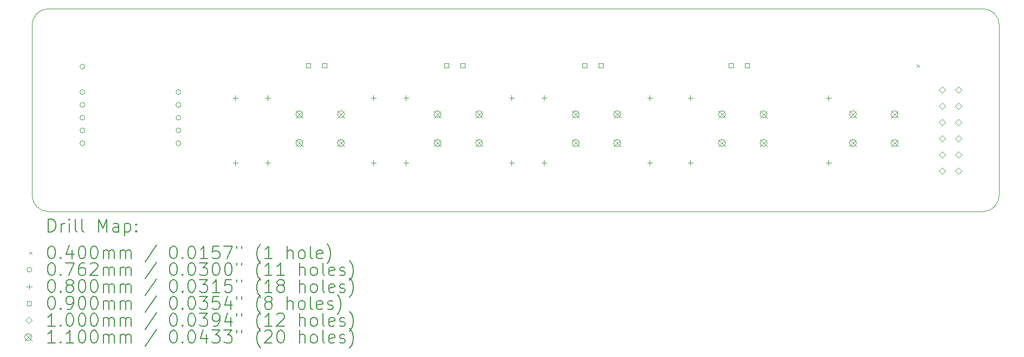
<source format=gbr>
%TF.GenerationSoftware,KiCad,Pcbnew,7.0.7*%
%TF.CreationDate,2023-09-28T15:47:24-05:00*%
%TF.ProjectId,iowa-rover-kiosk-programmer,696f7761-2d72-46f7-9665-722d6b696f73,rev?*%
%TF.SameCoordinates,Original*%
%TF.FileFunction,Drillmap*%
%TF.FilePolarity,Positive*%
%FSLAX45Y45*%
G04 Gerber Fmt 4.5, Leading zero omitted, Abs format (unit mm)*
G04 Created by KiCad (PCBNEW 7.0.7) date 2023-09-28 15:47:24*
%MOMM*%
%LPD*%
G01*
G04 APERTURE LIST*
%ADD10C,0.100000*%
%ADD11C,0.200000*%
%ADD12C,0.040000*%
%ADD13C,0.076200*%
%ADD14C,0.080000*%
%ADD15C,0.090000*%
%ADD16C,0.110000*%
G04 APERTURE END LIST*
D10*
X6731000Y-6731000D02*
X6731000Y-9398000D01*
X21590000Y-9652000D02*
G75*
G03*
X21844000Y-9398000I0J254000D01*
G01*
X21844000Y-9398000D02*
X21844000Y-6731000D01*
X21590000Y-6477000D02*
X6985000Y-6477000D01*
X6985000Y-6477000D02*
G75*
G03*
X6731000Y-6731000I0J-254000D01*
G01*
X21844000Y-6731000D02*
G75*
G03*
X21590000Y-6477000I-254000J0D01*
G01*
X6731000Y-9398000D02*
G75*
G03*
X6985000Y-9652000I254000J0D01*
G01*
X6985000Y-9652000D02*
X21590000Y-9652000D01*
D11*
D12*
X20554000Y-7346000D02*
X20594000Y-7386000D01*
X20594000Y-7346000D02*
X20554000Y-7386000D01*
D13*
X7555100Y-7382000D02*
G75*
G03*
X7555100Y-7382000I-38100J0D01*
G01*
X7555100Y-7782000D02*
G75*
G03*
X7555100Y-7782000I-38100J0D01*
G01*
X7555100Y-7982000D02*
G75*
G03*
X7555100Y-7982000I-38100J0D01*
G01*
X7555100Y-8182000D02*
G75*
G03*
X7555100Y-8182000I-38100J0D01*
G01*
X7555100Y-8382000D02*
G75*
G03*
X7555100Y-8382000I-38100J0D01*
G01*
X7555100Y-8582000D02*
G75*
G03*
X7555100Y-8582000I-38100J0D01*
G01*
X9055100Y-7782000D02*
G75*
G03*
X9055100Y-7782000I-38100J0D01*
G01*
X9055100Y-7982000D02*
G75*
G03*
X9055100Y-7982000I-38100J0D01*
G01*
X9055100Y-8182000D02*
G75*
G03*
X9055100Y-8182000I-38100J0D01*
G01*
X9055100Y-8382000D02*
G75*
G03*
X9055100Y-8382000I-38100J0D01*
G01*
X9055100Y-8582000D02*
G75*
G03*
X9055100Y-8582000I-38100J0D01*
G01*
D14*
X9906000Y-7834000D02*
X9906000Y-7914000D01*
X9866000Y-7874000D02*
X9946000Y-7874000D01*
X9906000Y-8850000D02*
X9906000Y-8930000D01*
X9866000Y-8890000D02*
X9946000Y-8890000D01*
X10414000Y-7834000D02*
X10414000Y-7914000D01*
X10374000Y-7874000D02*
X10454000Y-7874000D01*
X10414000Y-8850000D02*
X10414000Y-8930000D01*
X10374000Y-8890000D02*
X10454000Y-8890000D01*
X12065000Y-7834000D02*
X12065000Y-7914000D01*
X12025000Y-7874000D02*
X12105000Y-7874000D01*
X12065000Y-8850000D02*
X12065000Y-8930000D01*
X12025000Y-8890000D02*
X12105000Y-8890000D01*
X12573000Y-7834000D02*
X12573000Y-7914000D01*
X12533000Y-7874000D02*
X12613000Y-7874000D01*
X12573000Y-8850000D02*
X12573000Y-8930000D01*
X12533000Y-8890000D02*
X12613000Y-8890000D01*
X14224000Y-7834000D02*
X14224000Y-7914000D01*
X14184000Y-7874000D02*
X14264000Y-7874000D01*
X14224000Y-8850000D02*
X14224000Y-8930000D01*
X14184000Y-8890000D02*
X14264000Y-8890000D01*
X14732000Y-7834000D02*
X14732000Y-7914000D01*
X14692000Y-7874000D02*
X14772000Y-7874000D01*
X14732000Y-8850000D02*
X14732000Y-8930000D01*
X14692000Y-8890000D02*
X14772000Y-8890000D01*
X16383000Y-7834000D02*
X16383000Y-7914000D01*
X16343000Y-7874000D02*
X16423000Y-7874000D01*
X16383000Y-8850000D02*
X16383000Y-8930000D01*
X16343000Y-8890000D02*
X16423000Y-8890000D01*
X17018000Y-7834000D02*
X17018000Y-7914000D01*
X16978000Y-7874000D02*
X17058000Y-7874000D01*
X17018000Y-8850000D02*
X17018000Y-8930000D01*
X16978000Y-8890000D02*
X17058000Y-8890000D01*
X19177000Y-7834000D02*
X19177000Y-7914000D01*
X19137000Y-7874000D02*
X19217000Y-7874000D01*
X19177000Y-8850000D02*
X19177000Y-8930000D01*
X19137000Y-8890000D02*
X19217000Y-8890000D01*
D15*
X11080820Y-7397820D02*
X11080820Y-7334180D01*
X11017180Y-7334180D01*
X11017180Y-7397820D01*
X11080820Y-7397820D01*
X11334820Y-7397820D02*
X11334820Y-7334180D01*
X11271180Y-7334180D01*
X11271180Y-7397820D01*
X11334820Y-7397820D01*
X13239820Y-7397820D02*
X13239820Y-7334180D01*
X13176180Y-7334180D01*
X13176180Y-7397820D01*
X13239820Y-7397820D01*
X13493820Y-7397820D02*
X13493820Y-7334180D01*
X13430180Y-7334180D01*
X13430180Y-7397820D01*
X13493820Y-7397820D01*
X15398820Y-7397820D02*
X15398820Y-7334180D01*
X15335180Y-7334180D01*
X15335180Y-7397820D01*
X15398820Y-7397820D01*
X15652820Y-7397820D02*
X15652820Y-7334180D01*
X15589180Y-7334180D01*
X15589180Y-7397820D01*
X15652820Y-7397820D01*
X17684820Y-7397820D02*
X17684820Y-7334180D01*
X17621180Y-7334180D01*
X17621180Y-7397820D01*
X17684820Y-7397820D01*
X17938820Y-7397820D02*
X17938820Y-7334180D01*
X17875180Y-7334180D01*
X17875180Y-7397820D01*
X17938820Y-7397820D01*
D10*
X20955000Y-7797000D02*
X21005000Y-7747000D01*
X20955000Y-7697000D01*
X20905000Y-7747000D01*
X20955000Y-7797000D01*
X20955000Y-8051000D02*
X21005000Y-8001000D01*
X20955000Y-7951000D01*
X20905000Y-8001000D01*
X20955000Y-8051000D01*
X20955000Y-8305000D02*
X21005000Y-8255000D01*
X20955000Y-8205000D01*
X20905000Y-8255000D01*
X20955000Y-8305000D01*
X20955000Y-8559000D02*
X21005000Y-8509000D01*
X20955000Y-8459000D01*
X20905000Y-8509000D01*
X20955000Y-8559000D01*
X20955000Y-8813000D02*
X21005000Y-8763000D01*
X20955000Y-8713000D01*
X20905000Y-8763000D01*
X20955000Y-8813000D01*
X20955000Y-9067000D02*
X21005000Y-9017000D01*
X20955000Y-8967000D01*
X20905000Y-9017000D01*
X20955000Y-9067000D01*
X21209000Y-7797000D02*
X21259000Y-7747000D01*
X21209000Y-7697000D01*
X21159000Y-7747000D01*
X21209000Y-7797000D01*
X21209000Y-8051000D02*
X21259000Y-8001000D01*
X21209000Y-7951000D01*
X21159000Y-8001000D01*
X21209000Y-8051000D01*
X21209000Y-8305000D02*
X21259000Y-8255000D01*
X21209000Y-8205000D01*
X21159000Y-8255000D01*
X21209000Y-8305000D01*
X21209000Y-8559000D02*
X21259000Y-8509000D01*
X21209000Y-8459000D01*
X21159000Y-8509000D01*
X21209000Y-8559000D01*
X21209000Y-8813000D02*
X21259000Y-8763000D01*
X21209000Y-8713000D01*
X21159000Y-8763000D01*
X21209000Y-8813000D01*
X21209000Y-9067000D02*
X21259000Y-9017000D01*
X21209000Y-8967000D01*
X21159000Y-9017000D01*
X21209000Y-9067000D01*
D16*
X10852000Y-8073000D02*
X10962000Y-8183000D01*
X10962000Y-8073000D02*
X10852000Y-8183000D01*
X10962000Y-8128000D02*
G75*
G03*
X10962000Y-8128000I-55000J0D01*
G01*
X10852000Y-8523000D02*
X10962000Y-8633000D01*
X10962000Y-8523000D02*
X10852000Y-8633000D01*
X10962000Y-8578000D02*
G75*
G03*
X10962000Y-8578000I-55000J0D01*
G01*
X11502000Y-8073000D02*
X11612000Y-8183000D01*
X11612000Y-8073000D02*
X11502000Y-8183000D01*
X11612000Y-8128000D02*
G75*
G03*
X11612000Y-8128000I-55000J0D01*
G01*
X11502000Y-8523000D02*
X11612000Y-8633000D01*
X11612000Y-8523000D02*
X11502000Y-8633000D01*
X11612000Y-8578000D02*
G75*
G03*
X11612000Y-8578000I-55000J0D01*
G01*
X13011000Y-8073000D02*
X13121000Y-8183000D01*
X13121000Y-8073000D02*
X13011000Y-8183000D01*
X13121000Y-8128000D02*
G75*
G03*
X13121000Y-8128000I-55000J0D01*
G01*
X13011000Y-8523000D02*
X13121000Y-8633000D01*
X13121000Y-8523000D02*
X13011000Y-8633000D01*
X13121000Y-8578000D02*
G75*
G03*
X13121000Y-8578000I-55000J0D01*
G01*
X13661000Y-8073000D02*
X13771000Y-8183000D01*
X13771000Y-8073000D02*
X13661000Y-8183000D01*
X13771000Y-8128000D02*
G75*
G03*
X13771000Y-8128000I-55000J0D01*
G01*
X13661000Y-8523000D02*
X13771000Y-8633000D01*
X13771000Y-8523000D02*
X13661000Y-8633000D01*
X13771000Y-8578000D02*
G75*
G03*
X13771000Y-8578000I-55000J0D01*
G01*
X15170000Y-8073000D02*
X15280000Y-8183000D01*
X15280000Y-8073000D02*
X15170000Y-8183000D01*
X15280000Y-8128000D02*
G75*
G03*
X15280000Y-8128000I-55000J0D01*
G01*
X15170000Y-8523000D02*
X15280000Y-8633000D01*
X15280000Y-8523000D02*
X15170000Y-8633000D01*
X15280000Y-8578000D02*
G75*
G03*
X15280000Y-8578000I-55000J0D01*
G01*
X15820000Y-8073000D02*
X15930000Y-8183000D01*
X15930000Y-8073000D02*
X15820000Y-8183000D01*
X15930000Y-8128000D02*
G75*
G03*
X15930000Y-8128000I-55000J0D01*
G01*
X15820000Y-8523000D02*
X15930000Y-8633000D01*
X15930000Y-8523000D02*
X15820000Y-8633000D01*
X15930000Y-8578000D02*
G75*
G03*
X15930000Y-8578000I-55000J0D01*
G01*
X17456000Y-8073000D02*
X17566000Y-8183000D01*
X17566000Y-8073000D02*
X17456000Y-8183000D01*
X17566000Y-8128000D02*
G75*
G03*
X17566000Y-8128000I-55000J0D01*
G01*
X17456000Y-8523000D02*
X17566000Y-8633000D01*
X17566000Y-8523000D02*
X17456000Y-8633000D01*
X17566000Y-8578000D02*
G75*
G03*
X17566000Y-8578000I-55000J0D01*
G01*
X18106000Y-8073000D02*
X18216000Y-8183000D01*
X18216000Y-8073000D02*
X18106000Y-8183000D01*
X18216000Y-8128000D02*
G75*
G03*
X18216000Y-8128000I-55000J0D01*
G01*
X18106000Y-8523000D02*
X18216000Y-8633000D01*
X18216000Y-8523000D02*
X18106000Y-8633000D01*
X18216000Y-8578000D02*
G75*
G03*
X18216000Y-8578000I-55000J0D01*
G01*
X19503000Y-8073000D02*
X19613000Y-8183000D01*
X19613000Y-8073000D02*
X19503000Y-8183000D01*
X19613000Y-8128000D02*
G75*
G03*
X19613000Y-8128000I-55000J0D01*
G01*
X19503000Y-8523000D02*
X19613000Y-8633000D01*
X19613000Y-8523000D02*
X19503000Y-8633000D01*
X19613000Y-8578000D02*
G75*
G03*
X19613000Y-8578000I-55000J0D01*
G01*
X20153000Y-8073000D02*
X20263000Y-8183000D01*
X20263000Y-8073000D02*
X20153000Y-8183000D01*
X20263000Y-8128000D02*
G75*
G03*
X20263000Y-8128000I-55000J0D01*
G01*
X20153000Y-8523000D02*
X20263000Y-8633000D01*
X20263000Y-8523000D02*
X20153000Y-8633000D01*
X20263000Y-8578000D02*
G75*
G03*
X20263000Y-8578000I-55000J0D01*
G01*
D11*
X6986777Y-9968484D02*
X6986777Y-9768484D01*
X6986777Y-9768484D02*
X7034396Y-9768484D01*
X7034396Y-9768484D02*
X7062967Y-9778008D01*
X7062967Y-9778008D02*
X7082015Y-9797055D01*
X7082015Y-9797055D02*
X7091539Y-9816103D01*
X7091539Y-9816103D02*
X7101062Y-9854198D01*
X7101062Y-9854198D02*
X7101062Y-9882770D01*
X7101062Y-9882770D02*
X7091539Y-9920865D01*
X7091539Y-9920865D02*
X7082015Y-9939912D01*
X7082015Y-9939912D02*
X7062967Y-9958960D01*
X7062967Y-9958960D02*
X7034396Y-9968484D01*
X7034396Y-9968484D02*
X6986777Y-9968484D01*
X7186777Y-9968484D02*
X7186777Y-9835150D01*
X7186777Y-9873246D02*
X7196301Y-9854198D01*
X7196301Y-9854198D02*
X7205824Y-9844674D01*
X7205824Y-9844674D02*
X7224872Y-9835150D01*
X7224872Y-9835150D02*
X7243920Y-9835150D01*
X7310586Y-9968484D02*
X7310586Y-9835150D01*
X7310586Y-9768484D02*
X7301062Y-9778008D01*
X7301062Y-9778008D02*
X7310586Y-9787531D01*
X7310586Y-9787531D02*
X7320110Y-9778008D01*
X7320110Y-9778008D02*
X7310586Y-9768484D01*
X7310586Y-9768484D02*
X7310586Y-9787531D01*
X7434396Y-9968484D02*
X7415348Y-9958960D01*
X7415348Y-9958960D02*
X7405824Y-9939912D01*
X7405824Y-9939912D02*
X7405824Y-9768484D01*
X7539158Y-9968484D02*
X7520110Y-9958960D01*
X7520110Y-9958960D02*
X7510586Y-9939912D01*
X7510586Y-9939912D02*
X7510586Y-9768484D01*
X7767729Y-9968484D02*
X7767729Y-9768484D01*
X7767729Y-9768484D02*
X7834396Y-9911341D01*
X7834396Y-9911341D02*
X7901062Y-9768484D01*
X7901062Y-9768484D02*
X7901062Y-9968484D01*
X8082015Y-9968484D02*
X8082015Y-9863722D01*
X8082015Y-9863722D02*
X8072491Y-9844674D01*
X8072491Y-9844674D02*
X8053443Y-9835150D01*
X8053443Y-9835150D02*
X8015348Y-9835150D01*
X8015348Y-9835150D02*
X7996301Y-9844674D01*
X8082015Y-9958960D02*
X8062967Y-9968484D01*
X8062967Y-9968484D02*
X8015348Y-9968484D01*
X8015348Y-9968484D02*
X7996301Y-9958960D01*
X7996301Y-9958960D02*
X7986777Y-9939912D01*
X7986777Y-9939912D02*
X7986777Y-9920865D01*
X7986777Y-9920865D02*
X7996301Y-9901817D01*
X7996301Y-9901817D02*
X8015348Y-9892293D01*
X8015348Y-9892293D02*
X8062967Y-9892293D01*
X8062967Y-9892293D02*
X8082015Y-9882770D01*
X8177253Y-9835150D02*
X8177253Y-10035150D01*
X8177253Y-9844674D02*
X8196301Y-9835150D01*
X8196301Y-9835150D02*
X8234396Y-9835150D01*
X8234396Y-9835150D02*
X8253443Y-9844674D01*
X8253443Y-9844674D02*
X8262967Y-9854198D01*
X8262967Y-9854198D02*
X8272491Y-9873246D01*
X8272491Y-9873246D02*
X8272491Y-9930389D01*
X8272491Y-9930389D02*
X8262967Y-9949436D01*
X8262967Y-9949436D02*
X8253443Y-9958960D01*
X8253443Y-9958960D02*
X8234396Y-9968484D01*
X8234396Y-9968484D02*
X8196301Y-9968484D01*
X8196301Y-9968484D02*
X8177253Y-9958960D01*
X8358205Y-9949436D02*
X8367729Y-9958960D01*
X8367729Y-9958960D02*
X8358205Y-9968484D01*
X8358205Y-9968484D02*
X8348682Y-9958960D01*
X8348682Y-9958960D02*
X8358205Y-9949436D01*
X8358205Y-9949436D02*
X8358205Y-9968484D01*
X8358205Y-9844674D02*
X8367729Y-9854198D01*
X8367729Y-9854198D02*
X8358205Y-9863722D01*
X8358205Y-9863722D02*
X8348682Y-9854198D01*
X8348682Y-9854198D02*
X8358205Y-9844674D01*
X8358205Y-9844674D02*
X8358205Y-9863722D01*
D12*
X6686000Y-10277000D02*
X6726000Y-10317000D01*
X6726000Y-10277000D02*
X6686000Y-10317000D01*
D11*
X7024872Y-10188484D02*
X7043920Y-10188484D01*
X7043920Y-10188484D02*
X7062967Y-10198008D01*
X7062967Y-10198008D02*
X7072491Y-10207531D01*
X7072491Y-10207531D02*
X7082015Y-10226579D01*
X7082015Y-10226579D02*
X7091539Y-10264674D01*
X7091539Y-10264674D02*
X7091539Y-10312293D01*
X7091539Y-10312293D02*
X7082015Y-10350389D01*
X7082015Y-10350389D02*
X7072491Y-10369436D01*
X7072491Y-10369436D02*
X7062967Y-10378960D01*
X7062967Y-10378960D02*
X7043920Y-10388484D01*
X7043920Y-10388484D02*
X7024872Y-10388484D01*
X7024872Y-10388484D02*
X7005824Y-10378960D01*
X7005824Y-10378960D02*
X6996301Y-10369436D01*
X6996301Y-10369436D02*
X6986777Y-10350389D01*
X6986777Y-10350389D02*
X6977253Y-10312293D01*
X6977253Y-10312293D02*
X6977253Y-10264674D01*
X6977253Y-10264674D02*
X6986777Y-10226579D01*
X6986777Y-10226579D02*
X6996301Y-10207531D01*
X6996301Y-10207531D02*
X7005824Y-10198008D01*
X7005824Y-10198008D02*
X7024872Y-10188484D01*
X7177253Y-10369436D02*
X7186777Y-10378960D01*
X7186777Y-10378960D02*
X7177253Y-10388484D01*
X7177253Y-10388484D02*
X7167729Y-10378960D01*
X7167729Y-10378960D02*
X7177253Y-10369436D01*
X7177253Y-10369436D02*
X7177253Y-10388484D01*
X7358205Y-10255150D02*
X7358205Y-10388484D01*
X7310586Y-10178960D02*
X7262967Y-10321817D01*
X7262967Y-10321817D02*
X7386777Y-10321817D01*
X7501062Y-10188484D02*
X7520110Y-10188484D01*
X7520110Y-10188484D02*
X7539158Y-10198008D01*
X7539158Y-10198008D02*
X7548682Y-10207531D01*
X7548682Y-10207531D02*
X7558205Y-10226579D01*
X7558205Y-10226579D02*
X7567729Y-10264674D01*
X7567729Y-10264674D02*
X7567729Y-10312293D01*
X7567729Y-10312293D02*
X7558205Y-10350389D01*
X7558205Y-10350389D02*
X7548682Y-10369436D01*
X7548682Y-10369436D02*
X7539158Y-10378960D01*
X7539158Y-10378960D02*
X7520110Y-10388484D01*
X7520110Y-10388484D02*
X7501062Y-10388484D01*
X7501062Y-10388484D02*
X7482015Y-10378960D01*
X7482015Y-10378960D02*
X7472491Y-10369436D01*
X7472491Y-10369436D02*
X7462967Y-10350389D01*
X7462967Y-10350389D02*
X7453443Y-10312293D01*
X7453443Y-10312293D02*
X7453443Y-10264674D01*
X7453443Y-10264674D02*
X7462967Y-10226579D01*
X7462967Y-10226579D02*
X7472491Y-10207531D01*
X7472491Y-10207531D02*
X7482015Y-10198008D01*
X7482015Y-10198008D02*
X7501062Y-10188484D01*
X7691539Y-10188484D02*
X7710586Y-10188484D01*
X7710586Y-10188484D02*
X7729634Y-10198008D01*
X7729634Y-10198008D02*
X7739158Y-10207531D01*
X7739158Y-10207531D02*
X7748682Y-10226579D01*
X7748682Y-10226579D02*
X7758205Y-10264674D01*
X7758205Y-10264674D02*
X7758205Y-10312293D01*
X7758205Y-10312293D02*
X7748682Y-10350389D01*
X7748682Y-10350389D02*
X7739158Y-10369436D01*
X7739158Y-10369436D02*
X7729634Y-10378960D01*
X7729634Y-10378960D02*
X7710586Y-10388484D01*
X7710586Y-10388484D02*
X7691539Y-10388484D01*
X7691539Y-10388484D02*
X7672491Y-10378960D01*
X7672491Y-10378960D02*
X7662967Y-10369436D01*
X7662967Y-10369436D02*
X7653443Y-10350389D01*
X7653443Y-10350389D02*
X7643920Y-10312293D01*
X7643920Y-10312293D02*
X7643920Y-10264674D01*
X7643920Y-10264674D02*
X7653443Y-10226579D01*
X7653443Y-10226579D02*
X7662967Y-10207531D01*
X7662967Y-10207531D02*
X7672491Y-10198008D01*
X7672491Y-10198008D02*
X7691539Y-10188484D01*
X7843920Y-10388484D02*
X7843920Y-10255150D01*
X7843920Y-10274198D02*
X7853443Y-10264674D01*
X7853443Y-10264674D02*
X7872491Y-10255150D01*
X7872491Y-10255150D02*
X7901063Y-10255150D01*
X7901063Y-10255150D02*
X7920110Y-10264674D01*
X7920110Y-10264674D02*
X7929634Y-10283722D01*
X7929634Y-10283722D02*
X7929634Y-10388484D01*
X7929634Y-10283722D02*
X7939158Y-10264674D01*
X7939158Y-10264674D02*
X7958205Y-10255150D01*
X7958205Y-10255150D02*
X7986777Y-10255150D01*
X7986777Y-10255150D02*
X8005824Y-10264674D01*
X8005824Y-10264674D02*
X8015348Y-10283722D01*
X8015348Y-10283722D02*
X8015348Y-10388484D01*
X8110586Y-10388484D02*
X8110586Y-10255150D01*
X8110586Y-10274198D02*
X8120110Y-10264674D01*
X8120110Y-10264674D02*
X8139158Y-10255150D01*
X8139158Y-10255150D02*
X8167729Y-10255150D01*
X8167729Y-10255150D02*
X8186777Y-10264674D01*
X8186777Y-10264674D02*
X8196301Y-10283722D01*
X8196301Y-10283722D02*
X8196301Y-10388484D01*
X8196301Y-10283722D02*
X8205824Y-10264674D01*
X8205824Y-10264674D02*
X8224872Y-10255150D01*
X8224872Y-10255150D02*
X8253443Y-10255150D01*
X8253443Y-10255150D02*
X8272491Y-10264674D01*
X8272491Y-10264674D02*
X8282015Y-10283722D01*
X8282015Y-10283722D02*
X8282015Y-10388484D01*
X8672491Y-10178960D02*
X8501063Y-10436103D01*
X8929634Y-10188484D02*
X8948682Y-10188484D01*
X8948682Y-10188484D02*
X8967729Y-10198008D01*
X8967729Y-10198008D02*
X8977253Y-10207531D01*
X8977253Y-10207531D02*
X8986777Y-10226579D01*
X8986777Y-10226579D02*
X8996301Y-10264674D01*
X8996301Y-10264674D02*
X8996301Y-10312293D01*
X8996301Y-10312293D02*
X8986777Y-10350389D01*
X8986777Y-10350389D02*
X8977253Y-10369436D01*
X8977253Y-10369436D02*
X8967729Y-10378960D01*
X8967729Y-10378960D02*
X8948682Y-10388484D01*
X8948682Y-10388484D02*
X8929634Y-10388484D01*
X8929634Y-10388484D02*
X8910587Y-10378960D01*
X8910587Y-10378960D02*
X8901063Y-10369436D01*
X8901063Y-10369436D02*
X8891539Y-10350389D01*
X8891539Y-10350389D02*
X8882015Y-10312293D01*
X8882015Y-10312293D02*
X8882015Y-10264674D01*
X8882015Y-10264674D02*
X8891539Y-10226579D01*
X8891539Y-10226579D02*
X8901063Y-10207531D01*
X8901063Y-10207531D02*
X8910587Y-10198008D01*
X8910587Y-10198008D02*
X8929634Y-10188484D01*
X9082015Y-10369436D02*
X9091539Y-10378960D01*
X9091539Y-10378960D02*
X9082015Y-10388484D01*
X9082015Y-10388484D02*
X9072491Y-10378960D01*
X9072491Y-10378960D02*
X9082015Y-10369436D01*
X9082015Y-10369436D02*
X9082015Y-10388484D01*
X9215348Y-10188484D02*
X9234396Y-10188484D01*
X9234396Y-10188484D02*
X9253444Y-10198008D01*
X9253444Y-10198008D02*
X9262968Y-10207531D01*
X9262968Y-10207531D02*
X9272491Y-10226579D01*
X9272491Y-10226579D02*
X9282015Y-10264674D01*
X9282015Y-10264674D02*
X9282015Y-10312293D01*
X9282015Y-10312293D02*
X9272491Y-10350389D01*
X9272491Y-10350389D02*
X9262968Y-10369436D01*
X9262968Y-10369436D02*
X9253444Y-10378960D01*
X9253444Y-10378960D02*
X9234396Y-10388484D01*
X9234396Y-10388484D02*
X9215348Y-10388484D01*
X9215348Y-10388484D02*
X9196301Y-10378960D01*
X9196301Y-10378960D02*
X9186777Y-10369436D01*
X9186777Y-10369436D02*
X9177253Y-10350389D01*
X9177253Y-10350389D02*
X9167729Y-10312293D01*
X9167729Y-10312293D02*
X9167729Y-10264674D01*
X9167729Y-10264674D02*
X9177253Y-10226579D01*
X9177253Y-10226579D02*
X9186777Y-10207531D01*
X9186777Y-10207531D02*
X9196301Y-10198008D01*
X9196301Y-10198008D02*
X9215348Y-10188484D01*
X9472491Y-10388484D02*
X9358206Y-10388484D01*
X9415348Y-10388484D02*
X9415348Y-10188484D01*
X9415348Y-10188484D02*
X9396301Y-10217055D01*
X9396301Y-10217055D02*
X9377253Y-10236103D01*
X9377253Y-10236103D02*
X9358206Y-10245627D01*
X9653444Y-10188484D02*
X9558206Y-10188484D01*
X9558206Y-10188484D02*
X9548682Y-10283722D01*
X9548682Y-10283722D02*
X9558206Y-10274198D01*
X9558206Y-10274198D02*
X9577253Y-10264674D01*
X9577253Y-10264674D02*
X9624872Y-10264674D01*
X9624872Y-10264674D02*
X9643920Y-10274198D01*
X9643920Y-10274198D02*
X9653444Y-10283722D01*
X9653444Y-10283722D02*
X9662968Y-10302770D01*
X9662968Y-10302770D02*
X9662968Y-10350389D01*
X9662968Y-10350389D02*
X9653444Y-10369436D01*
X9653444Y-10369436D02*
X9643920Y-10378960D01*
X9643920Y-10378960D02*
X9624872Y-10388484D01*
X9624872Y-10388484D02*
X9577253Y-10388484D01*
X9577253Y-10388484D02*
X9558206Y-10378960D01*
X9558206Y-10378960D02*
X9548682Y-10369436D01*
X9729634Y-10188484D02*
X9862968Y-10188484D01*
X9862968Y-10188484D02*
X9777253Y-10388484D01*
X9929634Y-10188484D02*
X9929634Y-10226579D01*
X10005825Y-10188484D02*
X10005825Y-10226579D01*
X10301063Y-10464674D02*
X10291539Y-10455150D01*
X10291539Y-10455150D02*
X10272491Y-10426579D01*
X10272491Y-10426579D02*
X10262968Y-10407531D01*
X10262968Y-10407531D02*
X10253444Y-10378960D01*
X10253444Y-10378960D02*
X10243920Y-10331341D01*
X10243920Y-10331341D02*
X10243920Y-10293246D01*
X10243920Y-10293246D02*
X10253444Y-10245627D01*
X10253444Y-10245627D02*
X10262968Y-10217055D01*
X10262968Y-10217055D02*
X10272491Y-10198008D01*
X10272491Y-10198008D02*
X10291539Y-10169436D01*
X10291539Y-10169436D02*
X10301063Y-10159912D01*
X10482015Y-10388484D02*
X10367730Y-10388484D01*
X10424872Y-10388484D02*
X10424872Y-10188484D01*
X10424872Y-10188484D02*
X10405825Y-10217055D01*
X10405825Y-10217055D02*
X10386777Y-10236103D01*
X10386777Y-10236103D02*
X10367730Y-10245627D01*
X10720111Y-10388484D02*
X10720111Y-10188484D01*
X10805825Y-10388484D02*
X10805825Y-10283722D01*
X10805825Y-10283722D02*
X10796301Y-10264674D01*
X10796301Y-10264674D02*
X10777253Y-10255150D01*
X10777253Y-10255150D02*
X10748682Y-10255150D01*
X10748682Y-10255150D02*
X10729634Y-10264674D01*
X10729634Y-10264674D02*
X10720111Y-10274198D01*
X10929634Y-10388484D02*
X10910587Y-10378960D01*
X10910587Y-10378960D02*
X10901063Y-10369436D01*
X10901063Y-10369436D02*
X10891539Y-10350389D01*
X10891539Y-10350389D02*
X10891539Y-10293246D01*
X10891539Y-10293246D02*
X10901063Y-10274198D01*
X10901063Y-10274198D02*
X10910587Y-10264674D01*
X10910587Y-10264674D02*
X10929634Y-10255150D01*
X10929634Y-10255150D02*
X10958206Y-10255150D01*
X10958206Y-10255150D02*
X10977253Y-10264674D01*
X10977253Y-10264674D02*
X10986777Y-10274198D01*
X10986777Y-10274198D02*
X10996301Y-10293246D01*
X10996301Y-10293246D02*
X10996301Y-10350389D01*
X10996301Y-10350389D02*
X10986777Y-10369436D01*
X10986777Y-10369436D02*
X10977253Y-10378960D01*
X10977253Y-10378960D02*
X10958206Y-10388484D01*
X10958206Y-10388484D02*
X10929634Y-10388484D01*
X11110587Y-10388484D02*
X11091539Y-10378960D01*
X11091539Y-10378960D02*
X11082015Y-10359912D01*
X11082015Y-10359912D02*
X11082015Y-10188484D01*
X11262968Y-10378960D02*
X11243920Y-10388484D01*
X11243920Y-10388484D02*
X11205825Y-10388484D01*
X11205825Y-10388484D02*
X11186777Y-10378960D01*
X11186777Y-10378960D02*
X11177253Y-10359912D01*
X11177253Y-10359912D02*
X11177253Y-10283722D01*
X11177253Y-10283722D02*
X11186777Y-10264674D01*
X11186777Y-10264674D02*
X11205825Y-10255150D01*
X11205825Y-10255150D02*
X11243920Y-10255150D01*
X11243920Y-10255150D02*
X11262968Y-10264674D01*
X11262968Y-10264674D02*
X11272491Y-10283722D01*
X11272491Y-10283722D02*
X11272491Y-10302770D01*
X11272491Y-10302770D02*
X11177253Y-10321817D01*
X11339158Y-10464674D02*
X11348682Y-10455150D01*
X11348682Y-10455150D02*
X11367730Y-10426579D01*
X11367730Y-10426579D02*
X11377253Y-10407531D01*
X11377253Y-10407531D02*
X11386777Y-10378960D01*
X11386777Y-10378960D02*
X11396301Y-10331341D01*
X11396301Y-10331341D02*
X11396301Y-10293246D01*
X11396301Y-10293246D02*
X11386777Y-10245627D01*
X11386777Y-10245627D02*
X11377253Y-10217055D01*
X11377253Y-10217055D02*
X11367730Y-10198008D01*
X11367730Y-10198008D02*
X11348682Y-10169436D01*
X11348682Y-10169436D02*
X11339158Y-10159912D01*
D13*
X6726000Y-10561000D02*
G75*
G03*
X6726000Y-10561000I-38100J0D01*
G01*
D11*
X7024872Y-10452484D02*
X7043920Y-10452484D01*
X7043920Y-10452484D02*
X7062967Y-10462008D01*
X7062967Y-10462008D02*
X7072491Y-10471531D01*
X7072491Y-10471531D02*
X7082015Y-10490579D01*
X7082015Y-10490579D02*
X7091539Y-10528674D01*
X7091539Y-10528674D02*
X7091539Y-10576293D01*
X7091539Y-10576293D02*
X7082015Y-10614389D01*
X7082015Y-10614389D02*
X7072491Y-10633436D01*
X7072491Y-10633436D02*
X7062967Y-10642960D01*
X7062967Y-10642960D02*
X7043920Y-10652484D01*
X7043920Y-10652484D02*
X7024872Y-10652484D01*
X7024872Y-10652484D02*
X7005824Y-10642960D01*
X7005824Y-10642960D02*
X6996301Y-10633436D01*
X6996301Y-10633436D02*
X6986777Y-10614389D01*
X6986777Y-10614389D02*
X6977253Y-10576293D01*
X6977253Y-10576293D02*
X6977253Y-10528674D01*
X6977253Y-10528674D02*
X6986777Y-10490579D01*
X6986777Y-10490579D02*
X6996301Y-10471531D01*
X6996301Y-10471531D02*
X7005824Y-10462008D01*
X7005824Y-10462008D02*
X7024872Y-10452484D01*
X7177253Y-10633436D02*
X7186777Y-10642960D01*
X7186777Y-10642960D02*
X7177253Y-10652484D01*
X7177253Y-10652484D02*
X7167729Y-10642960D01*
X7167729Y-10642960D02*
X7177253Y-10633436D01*
X7177253Y-10633436D02*
X7177253Y-10652484D01*
X7253443Y-10452484D02*
X7386777Y-10452484D01*
X7386777Y-10452484D02*
X7301062Y-10652484D01*
X7548682Y-10452484D02*
X7510586Y-10452484D01*
X7510586Y-10452484D02*
X7491539Y-10462008D01*
X7491539Y-10462008D02*
X7482015Y-10471531D01*
X7482015Y-10471531D02*
X7462967Y-10500103D01*
X7462967Y-10500103D02*
X7453443Y-10538198D01*
X7453443Y-10538198D02*
X7453443Y-10614389D01*
X7453443Y-10614389D02*
X7462967Y-10633436D01*
X7462967Y-10633436D02*
X7472491Y-10642960D01*
X7472491Y-10642960D02*
X7491539Y-10652484D01*
X7491539Y-10652484D02*
X7529634Y-10652484D01*
X7529634Y-10652484D02*
X7548682Y-10642960D01*
X7548682Y-10642960D02*
X7558205Y-10633436D01*
X7558205Y-10633436D02*
X7567729Y-10614389D01*
X7567729Y-10614389D02*
X7567729Y-10566770D01*
X7567729Y-10566770D02*
X7558205Y-10547722D01*
X7558205Y-10547722D02*
X7548682Y-10538198D01*
X7548682Y-10538198D02*
X7529634Y-10528674D01*
X7529634Y-10528674D02*
X7491539Y-10528674D01*
X7491539Y-10528674D02*
X7472491Y-10538198D01*
X7472491Y-10538198D02*
X7462967Y-10547722D01*
X7462967Y-10547722D02*
X7453443Y-10566770D01*
X7643920Y-10471531D02*
X7653443Y-10462008D01*
X7653443Y-10462008D02*
X7672491Y-10452484D01*
X7672491Y-10452484D02*
X7720110Y-10452484D01*
X7720110Y-10452484D02*
X7739158Y-10462008D01*
X7739158Y-10462008D02*
X7748682Y-10471531D01*
X7748682Y-10471531D02*
X7758205Y-10490579D01*
X7758205Y-10490579D02*
X7758205Y-10509627D01*
X7758205Y-10509627D02*
X7748682Y-10538198D01*
X7748682Y-10538198D02*
X7634396Y-10652484D01*
X7634396Y-10652484D02*
X7758205Y-10652484D01*
X7843920Y-10652484D02*
X7843920Y-10519150D01*
X7843920Y-10538198D02*
X7853443Y-10528674D01*
X7853443Y-10528674D02*
X7872491Y-10519150D01*
X7872491Y-10519150D02*
X7901063Y-10519150D01*
X7901063Y-10519150D02*
X7920110Y-10528674D01*
X7920110Y-10528674D02*
X7929634Y-10547722D01*
X7929634Y-10547722D02*
X7929634Y-10652484D01*
X7929634Y-10547722D02*
X7939158Y-10528674D01*
X7939158Y-10528674D02*
X7958205Y-10519150D01*
X7958205Y-10519150D02*
X7986777Y-10519150D01*
X7986777Y-10519150D02*
X8005824Y-10528674D01*
X8005824Y-10528674D02*
X8015348Y-10547722D01*
X8015348Y-10547722D02*
X8015348Y-10652484D01*
X8110586Y-10652484D02*
X8110586Y-10519150D01*
X8110586Y-10538198D02*
X8120110Y-10528674D01*
X8120110Y-10528674D02*
X8139158Y-10519150D01*
X8139158Y-10519150D02*
X8167729Y-10519150D01*
X8167729Y-10519150D02*
X8186777Y-10528674D01*
X8186777Y-10528674D02*
X8196301Y-10547722D01*
X8196301Y-10547722D02*
X8196301Y-10652484D01*
X8196301Y-10547722D02*
X8205824Y-10528674D01*
X8205824Y-10528674D02*
X8224872Y-10519150D01*
X8224872Y-10519150D02*
X8253443Y-10519150D01*
X8253443Y-10519150D02*
X8272491Y-10528674D01*
X8272491Y-10528674D02*
X8282015Y-10547722D01*
X8282015Y-10547722D02*
X8282015Y-10652484D01*
X8672491Y-10442960D02*
X8501063Y-10700103D01*
X8929634Y-10452484D02*
X8948682Y-10452484D01*
X8948682Y-10452484D02*
X8967729Y-10462008D01*
X8967729Y-10462008D02*
X8977253Y-10471531D01*
X8977253Y-10471531D02*
X8986777Y-10490579D01*
X8986777Y-10490579D02*
X8996301Y-10528674D01*
X8996301Y-10528674D02*
X8996301Y-10576293D01*
X8996301Y-10576293D02*
X8986777Y-10614389D01*
X8986777Y-10614389D02*
X8977253Y-10633436D01*
X8977253Y-10633436D02*
X8967729Y-10642960D01*
X8967729Y-10642960D02*
X8948682Y-10652484D01*
X8948682Y-10652484D02*
X8929634Y-10652484D01*
X8929634Y-10652484D02*
X8910587Y-10642960D01*
X8910587Y-10642960D02*
X8901063Y-10633436D01*
X8901063Y-10633436D02*
X8891539Y-10614389D01*
X8891539Y-10614389D02*
X8882015Y-10576293D01*
X8882015Y-10576293D02*
X8882015Y-10528674D01*
X8882015Y-10528674D02*
X8891539Y-10490579D01*
X8891539Y-10490579D02*
X8901063Y-10471531D01*
X8901063Y-10471531D02*
X8910587Y-10462008D01*
X8910587Y-10462008D02*
X8929634Y-10452484D01*
X9082015Y-10633436D02*
X9091539Y-10642960D01*
X9091539Y-10642960D02*
X9082015Y-10652484D01*
X9082015Y-10652484D02*
X9072491Y-10642960D01*
X9072491Y-10642960D02*
X9082015Y-10633436D01*
X9082015Y-10633436D02*
X9082015Y-10652484D01*
X9215348Y-10452484D02*
X9234396Y-10452484D01*
X9234396Y-10452484D02*
X9253444Y-10462008D01*
X9253444Y-10462008D02*
X9262968Y-10471531D01*
X9262968Y-10471531D02*
X9272491Y-10490579D01*
X9272491Y-10490579D02*
X9282015Y-10528674D01*
X9282015Y-10528674D02*
X9282015Y-10576293D01*
X9282015Y-10576293D02*
X9272491Y-10614389D01*
X9272491Y-10614389D02*
X9262968Y-10633436D01*
X9262968Y-10633436D02*
X9253444Y-10642960D01*
X9253444Y-10642960D02*
X9234396Y-10652484D01*
X9234396Y-10652484D02*
X9215348Y-10652484D01*
X9215348Y-10652484D02*
X9196301Y-10642960D01*
X9196301Y-10642960D02*
X9186777Y-10633436D01*
X9186777Y-10633436D02*
X9177253Y-10614389D01*
X9177253Y-10614389D02*
X9167729Y-10576293D01*
X9167729Y-10576293D02*
X9167729Y-10528674D01*
X9167729Y-10528674D02*
X9177253Y-10490579D01*
X9177253Y-10490579D02*
X9186777Y-10471531D01*
X9186777Y-10471531D02*
X9196301Y-10462008D01*
X9196301Y-10462008D02*
X9215348Y-10452484D01*
X9348682Y-10452484D02*
X9472491Y-10452484D01*
X9472491Y-10452484D02*
X9405825Y-10528674D01*
X9405825Y-10528674D02*
X9434396Y-10528674D01*
X9434396Y-10528674D02*
X9453444Y-10538198D01*
X9453444Y-10538198D02*
X9462968Y-10547722D01*
X9462968Y-10547722D02*
X9472491Y-10566770D01*
X9472491Y-10566770D02*
X9472491Y-10614389D01*
X9472491Y-10614389D02*
X9462968Y-10633436D01*
X9462968Y-10633436D02*
X9453444Y-10642960D01*
X9453444Y-10642960D02*
X9434396Y-10652484D01*
X9434396Y-10652484D02*
X9377253Y-10652484D01*
X9377253Y-10652484D02*
X9358206Y-10642960D01*
X9358206Y-10642960D02*
X9348682Y-10633436D01*
X9596301Y-10452484D02*
X9615349Y-10452484D01*
X9615349Y-10452484D02*
X9634396Y-10462008D01*
X9634396Y-10462008D02*
X9643920Y-10471531D01*
X9643920Y-10471531D02*
X9653444Y-10490579D01*
X9653444Y-10490579D02*
X9662968Y-10528674D01*
X9662968Y-10528674D02*
X9662968Y-10576293D01*
X9662968Y-10576293D02*
X9653444Y-10614389D01*
X9653444Y-10614389D02*
X9643920Y-10633436D01*
X9643920Y-10633436D02*
X9634396Y-10642960D01*
X9634396Y-10642960D02*
X9615349Y-10652484D01*
X9615349Y-10652484D02*
X9596301Y-10652484D01*
X9596301Y-10652484D02*
X9577253Y-10642960D01*
X9577253Y-10642960D02*
X9567729Y-10633436D01*
X9567729Y-10633436D02*
X9558206Y-10614389D01*
X9558206Y-10614389D02*
X9548682Y-10576293D01*
X9548682Y-10576293D02*
X9548682Y-10528674D01*
X9548682Y-10528674D02*
X9558206Y-10490579D01*
X9558206Y-10490579D02*
X9567729Y-10471531D01*
X9567729Y-10471531D02*
X9577253Y-10462008D01*
X9577253Y-10462008D02*
X9596301Y-10452484D01*
X9786777Y-10452484D02*
X9805825Y-10452484D01*
X9805825Y-10452484D02*
X9824872Y-10462008D01*
X9824872Y-10462008D02*
X9834396Y-10471531D01*
X9834396Y-10471531D02*
X9843920Y-10490579D01*
X9843920Y-10490579D02*
X9853444Y-10528674D01*
X9853444Y-10528674D02*
X9853444Y-10576293D01*
X9853444Y-10576293D02*
X9843920Y-10614389D01*
X9843920Y-10614389D02*
X9834396Y-10633436D01*
X9834396Y-10633436D02*
X9824872Y-10642960D01*
X9824872Y-10642960D02*
X9805825Y-10652484D01*
X9805825Y-10652484D02*
X9786777Y-10652484D01*
X9786777Y-10652484D02*
X9767729Y-10642960D01*
X9767729Y-10642960D02*
X9758206Y-10633436D01*
X9758206Y-10633436D02*
X9748682Y-10614389D01*
X9748682Y-10614389D02*
X9739158Y-10576293D01*
X9739158Y-10576293D02*
X9739158Y-10528674D01*
X9739158Y-10528674D02*
X9748682Y-10490579D01*
X9748682Y-10490579D02*
X9758206Y-10471531D01*
X9758206Y-10471531D02*
X9767729Y-10462008D01*
X9767729Y-10462008D02*
X9786777Y-10452484D01*
X9929634Y-10452484D02*
X9929634Y-10490579D01*
X10005825Y-10452484D02*
X10005825Y-10490579D01*
X10301063Y-10728674D02*
X10291539Y-10719150D01*
X10291539Y-10719150D02*
X10272491Y-10690579D01*
X10272491Y-10690579D02*
X10262968Y-10671531D01*
X10262968Y-10671531D02*
X10253444Y-10642960D01*
X10253444Y-10642960D02*
X10243920Y-10595341D01*
X10243920Y-10595341D02*
X10243920Y-10557246D01*
X10243920Y-10557246D02*
X10253444Y-10509627D01*
X10253444Y-10509627D02*
X10262968Y-10481055D01*
X10262968Y-10481055D02*
X10272491Y-10462008D01*
X10272491Y-10462008D02*
X10291539Y-10433436D01*
X10291539Y-10433436D02*
X10301063Y-10423912D01*
X10482015Y-10652484D02*
X10367730Y-10652484D01*
X10424872Y-10652484D02*
X10424872Y-10452484D01*
X10424872Y-10452484D02*
X10405825Y-10481055D01*
X10405825Y-10481055D02*
X10386777Y-10500103D01*
X10386777Y-10500103D02*
X10367730Y-10509627D01*
X10672491Y-10652484D02*
X10558206Y-10652484D01*
X10615349Y-10652484D02*
X10615349Y-10452484D01*
X10615349Y-10452484D02*
X10596301Y-10481055D01*
X10596301Y-10481055D02*
X10577253Y-10500103D01*
X10577253Y-10500103D02*
X10558206Y-10509627D01*
X10910587Y-10652484D02*
X10910587Y-10452484D01*
X10996301Y-10652484D02*
X10996301Y-10547722D01*
X10996301Y-10547722D02*
X10986777Y-10528674D01*
X10986777Y-10528674D02*
X10967730Y-10519150D01*
X10967730Y-10519150D02*
X10939158Y-10519150D01*
X10939158Y-10519150D02*
X10920111Y-10528674D01*
X10920111Y-10528674D02*
X10910587Y-10538198D01*
X11120111Y-10652484D02*
X11101063Y-10642960D01*
X11101063Y-10642960D02*
X11091539Y-10633436D01*
X11091539Y-10633436D02*
X11082015Y-10614389D01*
X11082015Y-10614389D02*
X11082015Y-10557246D01*
X11082015Y-10557246D02*
X11091539Y-10538198D01*
X11091539Y-10538198D02*
X11101063Y-10528674D01*
X11101063Y-10528674D02*
X11120111Y-10519150D01*
X11120111Y-10519150D02*
X11148682Y-10519150D01*
X11148682Y-10519150D02*
X11167730Y-10528674D01*
X11167730Y-10528674D02*
X11177253Y-10538198D01*
X11177253Y-10538198D02*
X11186777Y-10557246D01*
X11186777Y-10557246D02*
X11186777Y-10614389D01*
X11186777Y-10614389D02*
X11177253Y-10633436D01*
X11177253Y-10633436D02*
X11167730Y-10642960D01*
X11167730Y-10642960D02*
X11148682Y-10652484D01*
X11148682Y-10652484D02*
X11120111Y-10652484D01*
X11301063Y-10652484D02*
X11282015Y-10642960D01*
X11282015Y-10642960D02*
X11272491Y-10623912D01*
X11272491Y-10623912D02*
X11272491Y-10452484D01*
X11453444Y-10642960D02*
X11434396Y-10652484D01*
X11434396Y-10652484D02*
X11396301Y-10652484D01*
X11396301Y-10652484D02*
X11377253Y-10642960D01*
X11377253Y-10642960D02*
X11367730Y-10623912D01*
X11367730Y-10623912D02*
X11367730Y-10547722D01*
X11367730Y-10547722D02*
X11377253Y-10528674D01*
X11377253Y-10528674D02*
X11396301Y-10519150D01*
X11396301Y-10519150D02*
X11434396Y-10519150D01*
X11434396Y-10519150D02*
X11453444Y-10528674D01*
X11453444Y-10528674D02*
X11462968Y-10547722D01*
X11462968Y-10547722D02*
X11462968Y-10566770D01*
X11462968Y-10566770D02*
X11367730Y-10585817D01*
X11539158Y-10642960D02*
X11558206Y-10652484D01*
X11558206Y-10652484D02*
X11596301Y-10652484D01*
X11596301Y-10652484D02*
X11615349Y-10642960D01*
X11615349Y-10642960D02*
X11624872Y-10623912D01*
X11624872Y-10623912D02*
X11624872Y-10614389D01*
X11624872Y-10614389D02*
X11615349Y-10595341D01*
X11615349Y-10595341D02*
X11596301Y-10585817D01*
X11596301Y-10585817D02*
X11567730Y-10585817D01*
X11567730Y-10585817D02*
X11548682Y-10576293D01*
X11548682Y-10576293D02*
X11539158Y-10557246D01*
X11539158Y-10557246D02*
X11539158Y-10547722D01*
X11539158Y-10547722D02*
X11548682Y-10528674D01*
X11548682Y-10528674D02*
X11567730Y-10519150D01*
X11567730Y-10519150D02*
X11596301Y-10519150D01*
X11596301Y-10519150D02*
X11615349Y-10528674D01*
X11691539Y-10728674D02*
X11701063Y-10719150D01*
X11701063Y-10719150D02*
X11720111Y-10690579D01*
X11720111Y-10690579D02*
X11729634Y-10671531D01*
X11729634Y-10671531D02*
X11739158Y-10642960D01*
X11739158Y-10642960D02*
X11748682Y-10595341D01*
X11748682Y-10595341D02*
X11748682Y-10557246D01*
X11748682Y-10557246D02*
X11739158Y-10509627D01*
X11739158Y-10509627D02*
X11729634Y-10481055D01*
X11729634Y-10481055D02*
X11720111Y-10462008D01*
X11720111Y-10462008D02*
X11701063Y-10433436D01*
X11701063Y-10433436D02*
X11691539Y-10423912D01*
D14*
X6686000Y-10785000D02*
X6686000Y-10865000D01*
X6646000Y-10825000D02*
X6726000Y-10825000D01*
D11*
X7024872Y-10716484D02*
X7043920Y-10716484D01*
X7043920Y-10716484D02*
X7062967Y-10726008D01*
X7062967Y-10726008D02*
X7072491Y-10735531D01*
X7072491Y-10735531D02*
X7082015Y-10754579D01*
X7082015Y-10754579D02*
X7091539Y-10792674D01*
X7091539Y-10792674D02*
X7091539Y-10840293D01*
X7091539Y-10840293D02*
X7082015Y-10878389D01*
X7082015Y-10878389D02*
X7072491Y-10897436D01*
X7072491Y-10897436D02*
X7062967Y-10906960D01*
X7062967Y-10906960D02*
X7043920Y-10916484D01*
X7043920Y-10916484D02*
X7024872Y-10916484D01*
X7024872Y-10916484D02*
X7005824Y-10906960D01*
X7005824Y-10906960D02*
X6996301Y-10897436D01*
X6996301Y-10897436D02*
X6986777Y-10878389D01*
X6986777Y-10878389D02*
X6977253Y-10840293D01*
X6977253Y-10840293D02*
X6977253Y-10792674D01*
X6977253Y-10792674D02*
X6986777Y-10754579D01*
X6986777Y-10754579D02*
X6996301Y-10735531D01*
X6996301Y-10735531D02*
X7005824Y-10726008D01*
X7005824Y-10726008D02*
X7024872Y-10716484D01*
X7177253Y-10897436D02*
X7186777Y-10906960D01*
X7186777Y-10906960D02*
X7177253Y-10916484D01*
X7177253Y-10916484D02*
X7167729Y-10906960D01*
X7167729Y-10906960D02*
X7177253Y-10897436D01*
X7177253Y-10897436D02*
X7177253Y-10916484D01*
X7301062Y-10802198D02*
X7282015Y-10792674D01*
X7282015Y-10792674D02*
X7272491Y-10783150D01*
X7272491Y-10783150D02*
X7262967Y-10764103D01*
X7262967Y-10764103D02*
X7262967Y-10754579D01*
X7262967Y-10754579D02*
X7272491Y-10735531D01*
X7272491Y-10735531D02*
X7282015Y-10726008D01*
X7282015Y-10726008D02*
X7301062Y-10716484D01*
X7301062Y-10716484D02*
X7339158Y-10716484D01*
X7339158Y-10716484D02*
X7358205Y-10726008D01*
X7358205Y-10726008D02*
X7367729Y-10735531D01*
X7367729Y-10735531D02*
X7377253Y-10754579D01*
X7377253Y-10754579D02*
X7377253Y-10764103D01*
X7377253Y-10764103D02*
X7367729Y-10783150D01*
X7367729Y-10783150D02*
X7358205Y-10792674D01*
X7358205Y-10792674D02*
X7339158Y-10802198D01*
X7339158Y-10802198D02*
X7301062Y-10802198D01*
X7301062Y-10802198D02*
X7282015Y-10811722D01*
X7282015Y-10811722D02*
X7272491Y-10821246D01*
X7272491Y-10821246D02*
X7262967Y-10840293D01*
X7262967Y-10840293D02*
X7262967Y-10878389D01*
X7262967Y-10878389D02*
X7272491Y-10897436D01*
X7272491Y-10897436D02*
X7282015Y-10906960D01*
X7282015Y-10906960D02*
X7301062Y-10916484D01*
X7301062Y-10916484D02*
X7339158Y-10916484D01*
X7339158Y-10916484D02*
X7358205Y-10906960D01*
X7358205Y-10906960D02*
X7367729Y-10897436D01*
X7367729Y-10897436D02*
X7377253Y-10878389D01*
X7377253Y-10878389D02*
X7377253Y-10840293D01*
X7377253Y-10840293D02*
X7367729Y-10821246D01*
X7367729Y-10821246D02*
X7358205Y-10811722D01*
X7358205Y-10811722D02*
X7339158Y-10802198D01*
X7501062Y-10716484D02*
X7520110Y-10716484D01*
X7520110Y-10716484D02*
X7539158Y-10726008D01*
X7539158Y-10726008D02*
X7548682Y-10735531D01*
X7548682Y-10735531D02*
X7558205Y-10754579D01*
X7558205Y-10754579D02*
X7567729Y-10792674D01*
X7567729Y-10792674D02*
X7567729Y-10840293D01*
X7567729Y-10840293D02*
X7558205Y-10878389D01*
X7558205Y-10878389D02*
X7548682Y-10897436D01*
X7548682Y-10897436D02*
X7539158Y-10906960D01*
X7539158Y-10906960D02*
X7520110Y-10916484D01*
X7520110Y-10916484D02*
X7501062Y-10916484D01*
X7501062Y-10916484D02*
X7482015Y-10906960D01*
X7482015Y-10906960D02*
X7472491Y-10897436D01*
X7472491Y-10897436D02*
X7462967Y-10878389D01*
X7462967Y-10878389D02*
X7453443Y-10840293D01*
X7453443Y-10840293D02*
X7453443Y-10792674D01*
X7453443Y-10792674D02*
X7462967Y-10754579D01*
X7462967Y-10754579D02*
X7472491Y-10735531D01*
X7472491Y-10735531D02*
X7482015Y-10726008D01*
X7482015Y-10726008D02*
X7501062Y-10716484D01*
X7691539Y-10716484D02*
X7710586Y-10716484D01*
X7710586Y-10716484D02*
X7729634Y-10726008D01*
X7729634Y-10726008D02*
X7739158Y-10735531D01*
X7739158Y-10735531D02*
X7748682Y-10754579D01*
X7748682Y-10754579D02*
X7758205Y-10792674D01*
X7758205Y-10792674D02*
X7758205Y-10840293D01*
X7758205Y-10840293D02*
X7748682Y-10878389D01*
X7748682Y-10878389D02*
X7739158Y-10897436D01*
X7739158Y-10897436D02*
X7729634Y-10906960D01*
X7729634Y-10906960D02*
X7710586Y-10916484D01*
X7710586Y-10916484D02*
X7691539Y-10916484D01*
X7691539Y-10916484D02*
X7672491Y-10906960D01*
X7672491Y-10906960D02*
X7662967Y-10897436D01*
X7662967Y-10897436D02*
X7653443Y-10878389D01*
X7653443Y-10878389D02*
X7643920Y-10840293D01*
X7643920Y-10840293D02*
X7643920Y-10792674D01*
X7643920Y-10792674D02*
X7653443Y-10754579D01*
X7653443Y-10754579D02*
X7662967Y-10735531D01*
X7662967Y-10735531D02*
X7672491Y-10726008D01*
X7672491Y-10726008D02*
X7691539Y-10716484D01*
X7843920Y-10916484D02*
X7843920Y-10783150D01*
X7843920Y-10802198D02*
X7853443Y-10792674D01*
X7853443Y-10792674D02*
X7872491Y-10783150D01*
X7872491Y-10783150D02*
X7901063Y-10783150D01*
X7901063Y-10783150D02*
X7920110Y-10792674D01*
X7920110Y-10792674D02*
X7929634Y-10811722D01*
X7929634Y-10811722D02*
X7929634Y-10916484D01*
X7929634Y-10811722D02*
X7939158Y-10792674D01*
X7939158Y-10792674D02*
X7958205Y-10783150D01*
X7958205Y-10783150D02*
X7986777Y-10783150D01*
X7986777Y-10783150D02*
X8005824Y-10792674D01*
X8005824Y-10792674D02*
X8015348Y-10811722D01*
X8015348Y-10811722D02*
X8015348Y-10916484D01*
X8110586Y-10916484D02*
X8110586Y-10783150D01*
X8110586Y-10802198D02*
X8120110Y-10792674D01*
X8120110Y-10792674D02*
X8139158Y-10783150D01*
X8139158Y-10783150D02*
X8167729Y-10783150D01*
X8167729Y-10783150D02*
X8186777Y-10792674D01*
X8186777Y-10792674D02*
X8196301Y-10811722D01*
X8196301Y-10811722D02*
X8196301Y-10916484D01*
X8196301Y-10811722D02*
X8205824Y-10792674D01*
X8205824Y-10792674D02*
X8224872Y-10783150D01*
X8224872Y-10783150D02*
X8253443Y-10783150D01*
X8253443Y-10783150D02*
X8272491Y-10792674D01*
X8272491Y-10792674D02*
X8282015Y-10811722D01*
X8282015Y-10811722D02*
X8282015Y-10916484D01*
X8672491Y-10706960D02*
X8501063Y-10964103D01*
X8929634Y-10716484D02*
X8948682Y-10716484D01*
X8948682Y-10716484D02*
X8967729Y-10726008D01*
X8967729Y-10726008D02*
X8977253Y-10735531D01*
X8977253Y-10735531D02*
X8986777Y-10754579D01*
X8986777Y-10754579D02*
X8996301Y-10792674D01*
X8996301Y-10792674D02*
X8996301Y-10840293D01*
X8996301Y-10840293D02*
X8986777Y-10878389D01*
X8986777Y-10878389D02*
X8977253Y-10897436D01*
X8977253Y-10897436D02*
X8967729Y-10906960D01*
X8967729Y-10906960D02*
X8948682Y-10916484D01*
X8948682Y-10916484D02*
X8929634Y-10916484D01*
X8929634Y-10916484D02*
X8910587Y-10906960D01*
X8910587Y-10906960D02*
X8901063Y-10897436D01*
X8901063Y-10897436D02*
X8891539Y-10878389D01*
X8891539Y-10878389D02*
X8882015Y-10840293D01*
X8882015Y-10840293D02*
X8882015Y-10792674D01*
X8882015Y-10792674D02*
X8891539Y-10754579D01*
X8891539Y-10754579D02*
X8901063Y-10735531D01*
X8901063Y-10735531D02*
X8910587Y-10726008D01*
X8910587Y-10726008D02*
X8929634Y-10716484D01*
X9082015Y-10897436D02*
X9091539Y-10906960D01*
X9091539Y-10906960D02*
X9082015Y-10916484D01*
X9082015Y-10916484D02*
X9072491Y-10906960D01*
X9072491Y-10906960D02*
X9082015Y-10897436D01*
X9082015Y-10897436D02*
X9082015Y-10916484D01*
X9215348Y-10716484D02*
X9234396Y-10716484D01*
X9234396Y-10716484D02*
X9253444Y-10726008D01*
X9253444Y-10726008D02*
X9262968Y-10735531D01*
X9262968Y-10735531D02*
X9272491Y-10754579D01*
X9272491Y-10754579D02*
X9282015Y-10792674D01*
X9282015Y-10792674D02*
X9282015Y-10840293D01*
X9282015Y-10840293D02*
X9272491Y-10878389D01*
X9272491Y-10878389D02*
X9262968Y-10897436D01*
X9262968Y-10897436D02*
X9253444Y-10906960D01*
X9253444Y-10906960D02*
X9234396Y-10916484D01*
X9234396Y-10916484D02*
X9215348Y-10916484D01*
X9215348Y-10916484D02*
X9196301Y-10906960D01*
X9196301Y-10906960D02*
X9186777Y-10897436D01*
X9186777Y-10897436D02*
X9177253Y-10878389D01*
X9177253Y-10878389D02*
X9167729Y-10840293D01*
X9167729Y-10840293D02*
X9167729Y-10792674D01*
X9167729Y-10792674D02*
X9177253Y-10754579D01*
X9177253Y-10754579D02*
X9186777Y-10735531D01*
X9186777Y-10735531D02*
X9196301Y-10726008D01*
X9196301Y-10726008D02*
X9215348Y-10716484D01*
X9348682Y-10716484D02*
X9472491Y-10716484D01*
X9472491Y-10716484D02*
X9405825Y-10792674D01*
X9405825Y-10792674D02*
X9434396Y-10792674D01*
X9434396Y-10792674D02*
X9453444Y-10802198D01*
X9453444Y-10802198D02*
X9462968Y-10811722D01*
X9462968Y-10811722D02*
X9472491Y-10830770D01*
X9472491Y-10830770D02*
X9472491Y-10878389D01*
X9472491Y-10878389D02*
X9462968Y-10897436D01*
X9462968Y-10897436D02*
X9453444Y-10906960D01*
X9453444Y-10906960D02*
X9434396Y-10916484D01*
X9434396Y-10916484D02*
X9377253Y-10916484D01*
X9377253Y-10916484D02*
X9358206Y-10906960D01*
X9358206Y-10906960D02*
X9348682Y-10897436D01*
X9662968Y-10916484D02*
X9548682Y-10916484D01*
X9605825Y-10916484D02*
X9605825Y-10716484D01*
X9605825Y-10716484D02*
X9586777Y-10745055D01*
X9586777Y-10745055D02*
X9567729Y-10764103D01*
X9567729Y-10764103D02*
X9548682Y-10773627D01*
X9843920Y-10716484D02*
X9748682Y-10716484D01*
X9748682Y-10716484D02*
X9739158Y-10811722D01*
X9739158Y-10811722D02*
X9748682Y-10802198D01*
X9748682Y-10802198D02*
X9767729Y-10792674D01*
X9767729Y-10792674D02*
X9815349Y-10792674D01*
X9815349Y-10792674D02*
X9834396Y-10802198D01*
X9834396Y-10802198D02*
X9843920Y-10811722D01*
X9843920Y-10811722D02*
X9853444Y-10830770D01*
X9853444Y-10830770D02*
X9853444Y-10878389D01*
X9853444Y-10878389D02*
X9843920Y-10897436D01*
X9843920Y-10897436D02*
X9834396Y-10906960D01*
X9834396Y-10906960D02*
X9815349Y-10916484D01*
X9815349Y-10916484D02*
X9767729Y-10916484D01*
X9767729Y-10916484D02*
X9748682Y-10906960D01*
X9748682Y-10906960D02*
X9739158Y-10897436D01*
X9929634Y-10716484D02*
X9929634Y-10754579D01*
X10005825Y-10716484D02*
X10005825Y-10754579D01*
X10301063Y-10992674D02*
X10291539Y-10983150D01*
X10291539Y-10983150D02*
X10272491Y-10954579D01*
X10272491Y-10954579D02*
X10262968Y-10935531D01*
X10262968Y-10935531D02*
X10253444Y-10906960D01*
X10253444Y-10906960D02*
X10243920Y-10859341D01*
X10243920Y-10859341D02*
X10243920Y-10821246D01*
X10243920Y-10821246D02*
X10253444Y-10773627D01*
X10253444Y-10773627D02*
X10262968Y-10745055D01*
X10262968Y-10745055D02*
X10272491Y-10726008D01*
X10272491Y-10726008D02*
X10291539Y-10697436D01*
X10291539Y-10697436D02*
X10301063Y-10687912D01*
X10482015Y-10916484D02*
X10367730Y-10916484D01*
X10424872Y-10916484D02*
X10424872Y-10716484D01*
X10424872Y-10716484D02*
X10405825Y-10745055D01*
X10405825Y-10745055D02*
X10386777Y-10764103D01*
X10386777Y-10764103D02*
X10367730Y-10773627D01*
X10596301Y-10802198D02*
X10577253Y-10792674D01*
X10577253Y-10792674D02*
X10567730Y-10783150D01*
X10567730Y-10783150D02*
X10558206Y-10764103D01*
X10558206Y-10764103D02*
X10558206Y-10754579D01*
X10558206Y-10754579D02*
X10567730Y-10735531D01*
X10567730Y-10735531D02*
X10577253Y-10726008D01*
X10577253Y-10726008D02*
X10596301Y-10716484D01*
X10596301Y-10716484D02*
X10634396Y-10716484D01*
X10634396Y-10716484D02*
X10653444Y-10726008D01*
X10653444Y-10726008D02*
X10662968Y-10735531D01*
X10662968Y-10735531D02*
X10672491Y-10754579D01*
X10672491Y-10754579D02*
X10672491Y-10764103D01*
X10672491Y-10764103D02*
X10662968Y-10783150D01*
X10662968Y-10783150D02*
X10653444Y-10792674D01*
X10653444Y-10792674D02*
X10634396Y-10802198D01*
X10634396Y-10802198D02*
X10596301Y-10802198D01*
X10596301Y-10802198D02*
X10577253Y-10811722D01*
X10577253Y-10811722D02*
X10567730Y-10821246D01*
X10567730Y-10821246D02*
X10558206Y-10840293D01*
X10558206Y-10840293D02*
X10558206Y-10878389D01*
X10558206Y-10878389D02*
X10567730Y-10897436D01*
X10567730Y-10897436D02*
X10577253Y-10906960D01*
X10577253Y-10906960D02*
X10596301Y-10916484D01*
X10596301Y-10916484D02*
X10634396Y-10916484D01*
X10634396Y-10916484D02*
X10653444Y-10906960D01*
X10653444Y-10906960D02*
X10662968Y-10897436D01*
X10662968Y-10897436D02*
X10672491Y-10878389D01*
X10672491Y-10878389D02*
X10672491Y-10840293D01*
X10672491Y-10840293D02*
X10662968Y-10821246D01*
X10662968Y-10821246D02*
X10653444Y-10811722D01*
X10653444Y-10811722D02*
X10634396Y-10802198D01*
X10910587Y-10916484D02*
X10910587Y-10716484D01*
X10996301Y-10916484D02*
X10996301Y-10811722D01*
X10996301Y-10811722D02*
X10986777Y-10792674D01*
X10986777Y-10792674D02*
X10967730Y-10783150D01*
X10967730Y-10783150D02*
X10939158Y-10783150D01*
X10939158Y-10783150D02*
X10920111Y-10792674D01*
X10920111Y-10792674D02*
X10910587Y-10802198D01*
X11120111Y-10916484D02*
X11101063Y-10906960D01*
X11101063Y-10906960D02*
X11091539Y-10897436D01*
X11091539Y-10897436D02*
X11082015Y-10878389D01*
X11082015Y-10878389D02*
X11082015Y-10821246D01*
X11082015Y-10821246D02*
X11091539Y-10802198D01*
X11091539Y-10802198D02*
X11101063Y-10792674D01*
X11101063Y-10792674D02*
X11120111Y-10783150D01*
X11120111Y-10783150D02*
X11148682Y-10783150D01*
X11148682Y-10783150D02*
X11167730Y-10792674D01*
X11167730Y-10792674D02*
X11177253Y-10802198D01*
X11177253Y-10802198D02*
X11186777Y-10821246D01*
X11186777Y-10821246D02*
X11186777Y-10878389D01*
X11186777Y-10878389D02*
X11177253Y-10897436D01*
X11177253Y-10897436D02*
X11167730Y-10906960D01*
X11167730Y-10906960D02*
X11148682Y-10916484D01*
X11148682Y-10916484D02*
X11120111Y-10916484D01*
X11301063Y-10916484D02*
X11282015Y-10906960D01*
X11282015Y-10906960D02*
X11272491Y-10887912D01*
X11272491Y-10887912D02*
X11272491Y-10716484D01*
X11453444Y-10906960D02*
X11434396Y-10916484D01*
X11434396Y-10916484D02*
X11396301Y-10916484D01*
X11396301Y-10916484D02*
X11377253Y-10906960D01*
X11377253Y-10906960D02*
X11367730Y-10887912D01*
X11367730Y-10887912D02*
X11367730Y-10811722D01*
X11367730Y-10811722D02*
X11377253Y-10792674D01*
X11377253Y-10792674D02*
X11396301Y-10783150D01*
X11396301Y-10783150D02*
X11434396Y-10783150D01*
X11434396Y-10783150D02*
X11453444Y-10792674D01*
X11453444Y-10792674D02*
X11462968Y-10811722D01*
X11462968Y-10811722D02*
X11462968Y-10830770D01*
X11462968Y-10830770D02*
X11367730Y-10849817D01*
X11539158Y-10906960D02*
X11558206Y-10916484D01*
X11558206Y-10916484D02*
X11596301Y-10916484D01*
X11596301Y-10916484D02*
X11615349Y-10906960D01*
X11615349Y-10906960D02*
X11624872Y-10887912D01*
X11624872Y-10887912D02*
X11624872Y-10878389D01*
X11624872Y-10878389D02*
X11615349Y-10859341D01*
X11615349Y-10859341D02*
X11596301Y-10849817D01*
X11596301Y-10849817D02*
X11567730Y-10849817D01*
X11567730Y-10849817D02*
X11548682Y-10840293D01*
X11548682Y-10840293D02*
X11539158Y-10821246D01*
X11539158Y-10821246D02*
X11539158Y-10811722D01*
X11539158Y-10811722D02*
X11548682Y-10792674D01*
X11548682Y-10792674D02*
X11567730Y-10783150D01*
X11567730Y-10783150D02*
X11596301Y-10783150D01*
X11596301Y-10783150D02*
X11615349Y-10792674D01*
X11691539Y-10992674D02*
X11701063Y-10983150D01*
X11701063Y-10983150D02*
X11720111Y-10954579D01*
X11720111Y-10954579D02*
X11729634Y-10935531D01*
X11729634Y-10935531D02*
X11739158Y-10906960D01*
X11739158Y-10906960D02*
X11748682Y-10859341D01*
X11748682Y-10859341D02*
X11748682Y-10821246D01*
X11748682Y-10821246D02*
X11739158Y-10773627D01*
X11739158Y-10773627D02*
X11729634Y-10745055D01*
X11729634Y-10745055D02*
X11720111Y-10726008D01*
X11720111Y-10726008D02*
X11701063Y-10697436D01*
X11701063Y-10697436D02*
X11691539Y-10687912D01*
D15*
X6712820Y-11120820D02*
X6712820Y-11057180D01*
X6649180Y-11057180D01*
X6649180Y-11120820D01*
X6712820Y-11120820D01*
D11*
X7024872Y-10980484D02*
X7043920Y-10980484D01*
X7043920Y-10980484D02*
X7062967Y-10990008D01*
X7062967Y-10990008D02*
X7072491Y-10999531D01*
X7072491Y-10999531D02*
X7082015Y-11018579D01*
X7082015Y-11018579D02*
X7091539Y-11056674D01*
X7091539Y-11056674D02*
X7091539Y-11104293D01*
X7091539Y-11104293D02*
X7082015Y-11142389D01*
X7082015Y-11142389D02*
X7072491Y-11161436D01*
X7072491Y-11161436D02*
X7062967Y-11170960D01*
X7062967Y-11170960D02*
X7043920Y-11180484D01*
X7043920Y-11180484D02*
X7024872Y-11180484D01*
X7024872Y-11180484D02*
X7005824Y-11170960D01*
X7005824Y-11170960D02*
X6996301Y-11161436D01*
X6996301Y-11161436D02*
X6986777Y-11142389D01*
X6986777Y-11142389D02*
X6977253Y-11104293D01*
X6977253Y-11104293D02*
X6977253Y-11056674D01*
X6977253Y-11056674D02*
X6986777Y-11018579D01*
X6986777Y-11018579D02*
X6996301Y-10999531D01*
X6996301Y-10999531D02*
X7005824Y-10990008D01*
X7005824Y-10990008D02*
X7024872Y-10980484D01*
X7177253Y-11161436D02*
X7186777Y-11170960D01*
X7186777Y-11170960D02*
X7177253Y-11180484D01*
X7177253Y-11180484D02*
X7167729Y-11170960D01*
X7167729Y-11170960D02*
X7177253Y-11161436D01*
X7177253Y-11161436D02*
X7177253Y-11180484D01*
X7282015Y-11180484D02*
X7320110Y-11180484D01*
X7320110Y-11180484D02*
X7339158Y-11170960D01*
X7339158Y-11170960D02*
X7348682Y-11161436D01*
X7348682Y-11161436D02*
X7367729Y-11132865D01*
X7367729Y-11132865D02*
X7377253Y-11094770D01*
X7377253Y-11094770D02*
X7377253Y-11018579D01*
X7377253Y-11018579D02*
X7367729Y-10999531D01*
X7367729Y-10999531D02*
X7358205Y-10990008D01*
X7358205Y-10990008D02*
X7339158Y-10980484D01*
X7339158Y-10980484D02*
X7301062Y-10980484D01*
X7301062Y-10980484D02*
X7282015Y-10990008D01*
X7282015Y-10990008D02*
X7272491Y-10999531D01*
X7272491Y-10999531D02*
X7262967Y-11018579D01*
X7262967Y-11018579D02*
X7262967Y-11066198D01*
X7262967Y-11066198D02*
X7272491Y-11085246D01*
X7272491Y-11085246D02*
X7282015Y-11094770D01*
X7282015Y-11094770D02*
X7301062Y-11104293D01*
X7301062Y-11104293D02*
X7339158Y-11104293D01*
X7339158Y-11104293D02*
X7358205Y-11094770D01*
X7358205Y-11094770D02*
X7367729Y-11085246D01*
X7367729Y-11085246D02*
X7377253Y-11066198D01*
X7501062Y-10980484D02*
X7520110Y-10980484D01*
X7520110Y-10980484D02*
X7539158Y-10990008D01*
X7539158Y-10990008D02*
X7548682Y-10999531D01*
X7548682Y-10999531D02*
X7558205Y-11018579D01*
X7558205Y-11018579D02*
X7567729Y-11056674D01*
X7567729Y-11056674D02*
X7567729Y-11104293D01*
X7567729Y-11104293D02*
X7558205Y-11142389D01*
X7558205Y-11142389D02*
X7548682Y-11161436D01*
X7548682Y-11161436D02*
X7539158Y-11170960D01*
X7539158Y-11170960D02*
X7520110Y-11180484D01*
X7520110Y-11180484D02*
X7501062Y-11180484D01*
X7501062Y-11180484D02*
X7482015Y-11170960D01*
X7482015Y-11170960D02*
X7472491Y-11161436D01*
X7472491Y-11161436D02*
X7462967Y-11142389D01*
X7462967Y-11142389D02*
X7453443Y-11104293D01*
X7453443Y-11104293D02*
X7453443Y-11056674D01*
X7453443Y-11056674D02*
X7462967Y-11018579D01*
X7462967Y-11018579D02*
X7472491Y-10999531D01*
X7472491Y-10999531D02*
X7482015Y-10990008D01*
X7482015Y-10990008D02*
X7501062Y-10980484D01*
X7691539Y-10980484D02*
X7710586Y-10980484D01*
X7710586Y-10980484D02*
X7729634Y-10990008D01*
X7729634Y-10990008D02*
X7739158Y-10999531D01*
X7739158Y-10999531D02*
X7748682Y-11018579D01*
X7748682Y-11018579D02*
X7758205Y-11056674D01*
X7758205Y-11056674D02*
X7758205Y-11104293D01*
X7758205Y-11104293D02*
X7748682Y-11142389D01*
X7748682Y-11142389D02*
X7739158Y-11161436D01*
X7739158Y-11161436D02*
X7729634Y-11170960D01*
X7729634Y-11170960D02*
X7710586Y-11180484D01*
X7710586Y-11180484D02*
X7691539Y-11180484D01*
X7691539Y-11180484D02*
X7672491Y-11170960D01*
X7672491Y-11170960D02*
X7662967Y-11161436D01*
X7662967Y-11161436D02*
X7653443Y-11142389D01*
X7653443Y-11142389D02*
X7643920Y-11104293D01*
X7643920Y-11104293D02*
X7643920Y-11056674D01*
X7643920Y-11056674D02*
X7653443Y-11018579D01*
X7653443Y-11018579D02*
X7662967Y-10999531D01*
X7662967Y-10999531D02*
X7672491Y-10990008D01*
X7672491Y-10990008D02*
X7691539Y-10980484D01*
X7843920Y-11180484D02*
X7843920Y-11047150D01*
X7843920Y-11066198D02*
X7853443Y-11056674D01*
X7853443Y-11056674D02*
X7872491Y-11047150D01*
X7872491Y-11047150D02*
X7901063Y-11047150D01*
X7901063Y-11047150D02*
X7920110Y-11056674D01*
X7920110Y-11056674D02*
X7929634Y-11075722D01*
X7929634Y-11075722D02*
X7929634Y-11180484D01*
X7929634Y-11075722D02*
X7939158Y-11056674D01*
X7939158Y-11056674D02*
X7958205Y-11047150D01*
X7958205Y-11047150D02*
X7986777Y-11047150D01*
X7986777Y-11047150D02*
X8005824Y-11056674D01*
X8005824Y-11056674D02*
X8015348Y-11075722D01*
X8015348Y-11075722D02*
X8015348Y-11180484D01*
X8110586Y-11180484D02*
X8110586Y-11047150D01*
X8110586Y-11066198D02*
X8120110Y-11056674D01*
X8120110Y-11056674D02*
X8139158Y-11047150D01*
X8139158Y-11047150D02*
X8167729Y-11047150D01*
X8167729Y-11047150D02*
X8186777Y-11056674D01*
X8186777Y-11056674D02*
X8196301Y-11075722D01*
X8196301Y-11075722D02*
X8196301Y-11180484D01*
X8196301Y-11075722D02*
X8205824Y-11056674D01*
X8205824Y-11056674D02*
X8224872Y-11047150D01*
X8224872Y-11047150D02*
X8253443Y-11047150D01*
X8253443Y-11047150D02*
X8272491Y-11056674D01*
X8272491Y-11056674D02*
X8282015Y-11075722D01*
X8282015Y-11075722D02*
X8282015Y-11180484D01*
X8672491Y-10970960D02*
X8501063Y-11228103D01*
X8929634Y-10980484D02*
X8948682Y-10980484D01*
X8948682Y-10980484D02*
X8967729Y-10990008D01*
X8967729Y-10990008D02*
X8977253Y-10999531D01*
X8977253Y-10999531D02*
X8986777Y-11018579D01*
X8986777Y-11018579D02*
X8996301Y-11056674D01*
X8996301Y-11056674D02*
X8996301Y-11104293D01*
X8996301Y-11104293D02*
X8986777Y-11142389D01*
X8986777Y-11142389D02*
X8977253Y-11161436D01*
X8977253Y-11161436D02*
X8967729Y-11170960D01*
X8967729Y-11170960D02*
X8948682Y-11180484D01*
X8948682Y-11180484D02*
X8929634Y-11180484D01*
X8929634Y-11180484D02*
X8910587Y-11170960D01*
X8910587Y-11170960D02*
X8901063Y-11161436D01*
X8901063Y-11161436D02*
X8891539Y-11142389D01*
X8891539Y-11142389D02*
X8882015Y-11104293D01*
X8882015Y-11104293D02*
X8882015Y-11056674D01*
X8882015Y-11056674D02*
X8891539Y-11018579D01*
X8891539Y-11018579D02*
X8901063Y-10999531D01*
X8901063Y-10999531D02*
X8910587Y-10990008D01*
X8910587Y-10990008D02*
X8929634Y-10980484D01*
X9082015Y-11161436D02*
X9091539Y-11170960D01*
X9091539Y-11170960D02*
X9082015Y-11180484D01*
X9082015Y-11180484D02*
X9072491Y-11170960D01*
X9072491Y-11170960D02*
X9082015Y-11161436D01*
X9082015Y-11161436D02*
X9082015Y-11180484D01*
X9215348Y-10980484D02*
X9234396Y-10980484D01*
X9234396Y-10980484D02*
X9253444Y-10990008D01*
X9253444Y-10990008D02*
X9262968Y-10999531D01*
X9262968Y-10999531D02*
X9272491Y-11018579D01*
X9272491Y-11018579D02*
X9282015Y-11056674D01*
X9282015Y-11056674D02*
X9282015Y-11104293D01*
X9282015Y-11104293D02*
X9272491Y-11142389D01*
X9272491Y-11142389D02*
X9262968Y-11161436D01*
X9262968Y-11161436D02*
X9253444Y-11170960D01*
X9253444Y-11170960D02*
X9234396Y-11180484D01*
X9234396Y-11180484D02*
X9215348Y-11180484D01*
X9215348Y-11180484D02*
X9196301Y-11170960D01*
X9196301Y-11170960D02*
X9186777Y-11161436D01*
X9186777Y-11161436D02*
X9177253Y-11142389D01*
X9177253Y-11142389D02*
X9167729Y-11104293D01*
X9167729Y-11104293D02*
X9167729Y-11056674D01*
X9167729Y-11056674D02*
X9177253Y-11018579D01*
X9177253Y-11018579D02*
X9186777Y-10999531D01*
X9186777Y-10999531D02*
X9196301Y-10990008D01*
X9196301Y-10990008D02*
X9215348Y-10980484D01*
X9348682Y-10980484D02*
X9472491Y-10980484D01*
X9472491Y-10980484D02*
X9405825Y-11056674D01*
X9405825Y-11056674D02*
X9434396Y-11056674D01*
X9434396Y-11056674D02*
X9453444Y-11066198D01*
X9453444Y-11066198D02*
X9462968Y-11075722D01*
X9462968Y-11075722D02*
X9472491Y-11094770D01*
X9472491Y-11094770D02*
X9472491Y-11142389D01*
X9472491Y-11142389D02*
X9462968Y-11161436D01*
X9462968Y-11161436D02*
X9453444Y-11170960D01*
X9453444Y-11170960D02*
X9434396Y-11180484D01*
X9434396Y-11180484D02*
X9377253Y-11180484D01*
X9377253Y-11180484D02*
X9358206Y-11170960D01*
X9358206Y-11170960D02*
X9348682Y-11161436D01*
X9653444Y-10980484D02*
X9558206Y-10980484D01*
X9558206Y-10980484D02*
X9548682Y-11075722D01*
X9548682Y-11075722D02*
X9558206Y-11066198D01*
X9558206Y-11066198D02*
X9577253Y-11056674D01*
X9577253Y-11056674D02*
X9624872Y-11056674D01*
X9624872Y-11056674D02*
X9643920Y-11066198D01*
X9643920Y-11066198D02*
X9653444Y-11075722D01*
X9653444Y-11075722D02*
X9662968Y-11094770D01*
X9662968Y-11094770D02*
X9662968Y-11142389D01*
X9662968Y-11142389D02*
X9653444Y-11161436D01*
X9653444Y-11161436D02*
X9643920Y-11170960D01*
X9643920Y-11170960D02*
X9624872Y-11180484D01*
X9624872Y-11180484D02*
X9577253Y-11180484D01*
X9577253Y-11180484D02*
X9558206Y-11170960D01*
X9558206Y-11170960D02*
X9548682Y-11161436D01*
X9834396Y-11047150D02*
X9834396Y-11180484D01*
X9786777Y-10970960D02*
X9739158Y-11113817D01*
X9739158Y-11113817D02*
X9862968Y-11113817D01*
X9929634Y-10980484D02*
X9929634Y-11018579D01*
X10005825Y-10980484D02*
X10005825Y-11018579D01*
X10301063Y-11256674D02*
X10291539Y-11247150D01*
X10291539Y-11247150D02*
X10272491Y-11218579D01*
X10272491Y-11218579D02*
X10262968Y-11199531D01*
X10262968Y-11199531D02*
X10253444Y-11170960D01*
X10253444Y-11170960D02*
X10243920Y-11123341D01*
X10243920Y-11123341D02*
X10243920Y-11085246D01*
X10243920Y-11085246D02*
X10253444Y-11037627D01*
X10253444Y-11037627D02*
X10262968Y-11009055D01*
X10262968Y-11009055D02*
X10272491Y-10990008D01*
X10272491Y-10990008D02*
X10291539Y-10961436D01*
X10291539Y-10961436D02*
X10301063Y-10951912D01*
X10405825Y-11066198D02*
X10386777Y-11056674D01*
X10386777Y-11056674D02*
X10377253Y-11047150D01*
X10377253Y-11047150D02*
X10367730Y-11028103D01*
X10367730Y-11028103D02*
X10367730Y-11018579D01*
X10367730Y-11018579D02*
X10377253Y-10999531D01*
X10377253Y-10999531D02*
X10386777Y-10990008D01*
X10386777Y-10990008D02*
X10405825Y-10980484D01*
X10405825Y-10980484D02*
X10443920Y-10980484D01*
X10443920Y-10980484D02*
X10462968Y-10990008D01*
X10462968Y-10990008D02*
X10472491Y-10999531D01*
X10472491Y-10999531D02*
X10482015Y-11018579D01*
X10482015Y-11018579D02*
X10482015Y-11028103D01*
X10482015Y-11028103D02*
X10472491Y-11047150D01*
X10472491Y-11047150D02*
X10462968Y-11056674D01*
X10462968Y-11056674D02*
X10443920Y-11066198D01*
X10443920Y-11066198D02*
X10405825Y-11066198D01*
X10405825Y-11066198D02*
X10386777Y-11075722D01*
X10386777Y-11075722D02*
X10377253Y-11085246D01*
X10377253Y-11085246D02*
X10367730Y-11104293D01*
X10367730Y-11104293D02*
X10367730Y-11142389D01*
X10367730Y-11142389D02*
X10377253Y-11161436D01*
X10377253Y-11161436D02*
X10386777Y-11170960D01*
X10386777Y-11170960D02*
X10405825Y-11180484D01*
X10405825Y-11180484D02*
X10443920Y-11180484D01*
X10443920Y-11180484D02*
X10462968Y-11170960D01*
X10462968Y-11170960D02*
X10472491Y-11161436D01*
X10472491Y-11161436D02*
X10482015Y-11142389D01*
X10482015Y-11142389D02*
X10482015Y-11104293D01*
X10482015Y-11104293D02*
X10472491Y-11085246D01*
X10472491Y-11085246D02*
X10462968Y-11075722D01*
X10462968Y-11075722D02*
X10443920Y-11066198D01*
X10720111Y-11180484D02*
X10720111Y-10980484D01*
X10805825Y-11180484D02*
X10805825Y-11075722D01*
X10805825Y-11075722D02*
X10796301Y-11056674D01*
X10796301Y-11056674D02*
X10777253Y-11047150D01*
X10777253Y-11047150D02*
X10748682Y-11047150D01*
X10748682Y-11047150D02*
X10729634Y-11056674D01*
X10729634Y-11056674D02*
X10720111Y-11066198D01*
X10929634Y-11180484D02*
X10910587Y-11170960D01*
X10910587Y-11170960D02*
X10901063Y-11161436D01*
X10901063Y-11161436D02*
X10891539Y-11142389D01*
X10891539Y-11142389D02*
X10891539Y-11085246D01*
X10891539Y-11085246D02*
X10901063Y-11066198D01*
X10901063Y-11066198D02*
X10910587Y-11056674D01*
X10910587Y-11056674D02*
X10929634Y-11047150D01*
X10929634Y-11047150D02*
X10958206Y-11047150D01*
X10958206Y-11047150D02*
X10977253Y-11056674D01*
X10977253Y-11056674D02*
X10986777Y-11066198D01*
X10986777Y-11066198D02*
X10996301Y-11085246D01*
X10996301Y-11085246D02*
X10996301Y-11142389D01*
X10996301Y-11142389D02*
X10986777Y-11161436D01*
X10986777Y-11161436D02*
X10977253Y-11170960D01*
X10977253Y-11170960D02*
X10958206Y-11180484D01*
X10958206Y-11180484D02*
X10929634Y-11180484D01*
X11110587Y-11180484D02*
X11091539Y-11170960D01*
X11091539Y-11170960D02*
X11082015Y-11151912D01*
X11082015Y-11151912D02*
X11082015Y-10980484D01*
X11262968Y-11170960D02*
X11243920Y-11180484D01*
X11243920Y-11180484D02*
X11205825Y-11180484D01*
X11205825Y-11180484D02*
X11186777Y-11170960D01*
X11186777Y-11170960D02*
X11177253Y-11151912D01*
X11177253Y-11151912D02*
X11177253Y-11075722D01*
X11177253Y-11075722D02*
X11186777Y-11056674D01*
X11186777Y-11056674D02*
X11205825Y-11047150D01*
X11205825Y-11047150D02*
X11243920Y-11047150D01*
X11243920Y-11047150D02*
X11262968Y-11056674D01*
X11262968Y-11056674D02*
X11272491Y-11075722D01*
X11272491Y-11075722D02*
X11272491Y-11094770D01*
X11272491Y-11094770D02*
X11177253Y-11113817D01*
X11348682Y-11170960D02*
X11367730Y-11180484D01*
X11367730Y-11180484D02*
X11405825Y-11180484D01*
X11405825Y-11180484D02*
X11424872Y-11170960D01*
X11424872Y-11170960D02*
X11434396Y-11151912D01*
X11434396Y-11151912D02*
X11434396Y-11142389D01*
X11434396Y-11142389D02*
X11424872Y-11123341D01*
X11424872Y-11123341D02*
X11405825Y-11113817D01*
X11405825Y-11113817D02*
X11377253Y-11113817D01*
X11377253Y-11113817D02*
X11358206Y-11104293D01*
X11358206Y-11104293D02*
X11348682Y-11085246D01*
X11348682Y-11085246D02*
X11348682Y-11075722D01*
X11348682Y-11075722D02*
X11358206Y-11056674D01*
X11358206Y-11056674D02*
X11377253Y-11047150D01*
X11377253Y-11047150D02*
X11405825Y-11047150D01*
X11405825Y-11047150D02*
X11424872Y-11056674D01*
X11501063Y-11256674D02*
X11510587Y-11247150D01*
X11510587Y-11247150D02*
X11529634Y-11218579D01*
X11529634Y-11218579D02*
X11539158Y-11199531D01*
X11539158Y-11199531D02*
X11548682Y-11170960D01*
X11548682Y-11170960D02*
X11558206Y-11123341D01*
X11558206Y-11123341D02*
X11558206Y-11085246D01*
X11558206Y-11085246D02*
X11548682Y-11037627D01*
X11548682Y-11037627D02*
X11539158Y-11009055D01*
X11539158Y-11009055D02*
X11529634Y-10990008D01*
X11529634Y-10990008D02*
X11510587Y-10961436D01*
X11510587Y-10961436D02*
X11501063Y-10951912D01*
D10*
X6676000Y-11403000D02*
X6726000Y-11353000D01*
X6676000Y-11303000D01*
X6626000Y-11353000D01*
X6676000Y-11403000D01*
D11*
X7091539Y-11444484D02*
X6977253Y-11444484D01*
X7034396Y-11444484D02*
X7034396Y-11244484D01*
X7034396Y-11244484D02*
X7015348Y-11273055D01*
X7015348Y-11273055D02*
X6996301Y-11292103D01*
X6996301Y-11292103D02*
X6977253Y-11301627D01*
X7177253Y-11425436D02*
X7186777Y-11434960D01*
X7186777Y-11434960D02*
X7177253Y-11444484D01*
X7177253Y-11444484D02*
X7167729Y-11434960D01*
X7167729Y-11434960D02*
X7177253Y-11425436D01*
X7177253Y-11425436D02*
X7177253Y-11444484D01*
X7310586Y-11244484D02*
X7329634Y-11244484D01*
X7329634Y-11244484D02*
X7348682Y-11254008D01*
X7348682Y-11254008D02*
X7358205Y-11263531D01*
X7358205Y-11263531D02*
X7367729Y-11282579D01*
X7367729Y-11282579D02*
X7377253Y-11320674D01*
X7377253Y-11320674D02*
X7377253Y-11368293D01*
X7377253Y-11368293D02*
X7367729Y-11406388D01*
X7367729Y-11406388D02*
X7358205Y-11425436D01*
X7358205Y-11425436D02*
X7348682Y-11434960D01*
X7348682Y-11434960D02*
X7329634Y-11444484D01*
X7329634Y-11444484D02*
X7310586Y-11444484D01*
X7310586Y-11444484D02*
X7291539Y-11434960D01*
X7291539Y-11434960D02*
X7282015Y-11425436D01*
X7282015Y-11425436D02*
X7272491Y-11406388D01*
X7272491Y-11406388D02*
X7262967Y-11368293D01*
X7262967Y-11368293D02*
X7262967Y-11320674D01*
X7262967Y-11320674D02*
X7272491Y-11282579D01*
X7272491Y-11282579D02*
X7282015Y-11263531D01*
X7282015Y-11263531D02*
X7291539Y-11254008D01*
X7291539Y-11254008D02*
X7310586Y-11244484D01*
X7501062Y-11244484D02*
X7520110Y-11244484D01*
X7520110Y-11244484D02*
X7539158Y-11254008D01*
X7539158Y-11254008D02*
X7548682Y-11263531D01*
X7548682Y-11263531D02*
X7558205Y-11282579D01*
X7558205Y-11282579D02*
X7567729Y-11320674D01*
X7567729Y-11320674D02*
X7567729Y-11368293D01*
X7567729Y-11368293D02*
X7558205Y-11406388D01*
X7558205Y-11406388D02*
X7548682Y-11425436D01*
X7548682Y-11425436D02*
X7539158Y-11434960D01*
X7539158Y-11434960D02*
X7520110Y-11444484D01*
X7520110Y-11444484D02*
X7501062Y-11444484D01*
X7501062Y-11444484D02*
X7482015Y-11434960D01*
X7482015Y-11434960D02*
X7472491Y-11425436D01*
X7472491Y-11425436D02*
X7462967Y-11406388D01*
X7462967Y-11406388D02*
X7453443Y-11368293D01*
X7453443Y-11368293D02*
X7453443Y-11320674D01*
X7453443Y-11320674D02*
X7462967Y-11282579D01*
X7462967Y-11282579D02*
X7472491Y-11263531D01*
X7472491Y-11263531D02*
X7482015Y-11254008D01*
X7482015Y-11254008D02*
X7501062Y-11244484D01*
X7691539Y-11244484D02*
X7710586Y-11244484D01*
X7710586Y-11244484D02*
X7729634Y-11254008D01*
X7729634Y-11254008D02*
X7739158Y-11263531D01*
X7739158Y-11263531D02*
X7748682Y-11282579D01*
X7748682Y-11282579D02*
X7758205Y-11320674D01*
X7758205Y-11320674D02*
X7758205Y-11368293D01*
X7758205Y-11368293D02*
X7748682Y-11406388D01*
X7748682Y-11406388D02*
X7739158Y-11425436D01*
X7739158Y-11425436D02*
X7729634Y-11434960D01*
X7729634Y-11434960D02*
X7710586Y-11444484D01*
X7710586Y-11444484D02*
X7691539Y-11444484D01*
X7691539Y-11444484D02*
X7672491Y-11434960D01*
X7672491Y-11434960D02*
X7662967Y-11425436D01*
X7662967Y-11425436D02*
X7653443Y-11406388D01*
X7653443Y-11406388D02*
X7643920Y-11368293D01*
X7643920Y-11368293D02*
X7643920Y-11320674D01*
X7643920Y-11320674D02*
X7653443Y-11282579D01*
X7653443Y-11282579D02*
X7662967Y-11263531D01*
X7662967Y-11263531D02*
X7672491Y-11254008D01*
X7672491Y-11254008D02*
X7691539Y-11244484D01*
X7843920Y-11444484D02*
X7843920Y-11311150D01*
X7843920Y-11330198D02*
X7853443Y-11320674D01*
X7853443Y-11320674D02*
X7872491Y-11311150D01*
X7872491Y-11311150D02*
X7901063Y-11311150D01*
X7901063Y-11311150D02*
X7920110Y-11320674D01*
X7920110Y-11320674D02*
X7929634Y-11339722D01*
X7929634Y-11339722D02*
X7929634Y-11444484D01*
X7929634Y-11339722D02*
X7939158Y-11320674D01*
X7939158Y-11320674D02*
X7958205Y-11311150D01*
X7958205Y-11311150D02*
X7986777Y-11311150D01*
X7986777Y-11311150D02*
X8005824Y-11320674D01*
X8005824Y-11320674D02*
X8015348Y-11339722D01*
X8015348Y-11339722D02*
X8015348Y-11444484D01*
X8110586Y-11444484D02*
X8110586Y-11311150D01*
X8110586Y-11330198D02*
X8120110Y-11320674D01*
X8120110Y-11320674D02*
X8139158Y-11311150D01*
X8139158Y-11311150D02*
X8167729Y-11311150D01*
X8167729Y-11311150D02*
X8186777Y-11320674D01*
X8186777Y-11320674D02*
X8196301Y-11339722D01*
X8196301Y-11339722D02*
X8196301Y-11444484D01*
X8196301Y-11339722D02*
X8205824Y-11320674D01*
X8205824Y-11320674D02*
X8224872Y-11311150D01*
X8224872Y-11311150D02*
X8253443Y-11311150D01*
X8253443Y-11311150D02*
X8272491Y-11320674D01*
X8272491Y-11320674D02*
X8282015Y-11339722D01*
X8282015Y-11339722D02*
X8282015Y-11444484D01*
X8672491Y-11234960D02*
X8501063Y-11492103D01*
X8929634Y-11244484D02*
X8948682Y-11244484D01*
X8948682Y-11244484D02*
X8967729Y-11254008D01*
X8967729Y-11254008D02*
X8977253Y-11263531D01*
X8977253Y-11263531D02*
X8986777Y-11282579D01*
X8986777Y-11282579D02*
X8996301Y-11320674D01*
X8996301Y-11320674D02*
X8996301Y-11368293D01*
X8996301Y-11368293D02*
X8986777Y-11406388D01*
X8986777Y-11406388D02*
X8977253Y-11425436D01*
X8977253Y-11425436D02*
X8967729Y-11434960D01*
X8967729Y-11434960D02*
X8948682Y-11444484D01*
X8948682Y-11444484D02*
X8929634Y-11444484D01*
X8929634Y-11444484D02*
X8910587Y-11434960D01*
X8910587Y-11434960D02*
X8901063Y-11425436D01*
X8901063Y-11425436D02*
X8891539Y-11406388D01*
X8891539Y-11406388D02*
X8882015Y-11368293D01*
X8882015Y-11368293D02*
X8882015Y-11320674D01*
X8882015Y-11320674D02*
X8891539Y-11282579D01*
X8891539Y-11282579D02*
X8901063Y-11263531D01*
X8901063Y-11263531D02*
X8910587Y-11254008D01*
X8910587Y-11254008D02*
X8929634Y-11244484D01*
X9082015Y-11425436D02*
X9091539Y-11434960D01*
X9091539Y-11434960D02*
X9082015Y-11444484D01*
X9082015Y-11444484D02*
X9072491Y-11434960D01*
X9072491Y-11434960D02*
X9082015Y-11425436D01*
X9082015Y-11425436D02*
X9082015Y-11444484D01*
X9215348Y-11244484D02*
X9234396Y-11244484D01*
X9234396Y-11244484D02*
X9253444Y-11254008D01*
X9253444Y-11254008D02*
X9262968Y-11263531D01*
X9262968Y-11263531D02*
X9272491Y-11282579D01*
X9272491Y-11282579D02*
X9282015Y-11320674D01*
X9282015Y-11320674D02*
X9282015Y-11368293D01*
X9282015Y-11368293D02*
X9272491Y-11406388D01*
X9272491Y-11406388D02*
X9262968Y-11425436D01*
X9262968Y-11425436D02*
X9253444Y-11434960D01*
X9253444Y-11434960D02*
X9234396Y-11444484D01*
X9234396Y-11444484D02*
X9215348Y-11444484D01*
X9215348Y-11444484D02*
X9196301Y-11434960D01*
X9196301Y-11434960D02*
X9186777Y-11425436D01*
X9186777Y-11425436D02*
X9177253Y-11406388D01*
X9177253Y-11406388D02*
X9167729Y-11368293D01*
X9167729Y-11368293D02*
X9167729Y-11320674D01*
X9167729Y-11320674D02*
X9177253Y-11282579D01*
X9177253Y-11282579D02*
X9186777Y-11263531D01*
X9186777Y-11263531D02*
X9196301Y-11254008D01*
X9196301Y-11254008D02*
X9215348Y-11244484D01*
X9348682Y-11244484D02*
X9472491Y-11244484D01*
X9472491Y-11244484D02*
X9405825Y-11320674D01*
X9405825Y-11320674D02*
X9434396Y-11320674D01*
X9434396Y-11320674D02*
X9453444Y-11330198D01*
X9453444Y-11330198D02*
X9462968Y-11339722D01*
X9462968Y-11339722D02*
X9472491Y-11358769D01*
X9472491Y-11358769D02*
X9472491Y-11406388D01*
X9472491Y-11406388D02*
X9462968Y-11425436D01*
X9462968Y-11425436D02*
X9453444Y-11434960D01*
X9453444Y-11434960D02*
X9434396Y-11444484D01*
X9434396Y-11444484D02*
X9377253Y-11444484D01*
X9377253Y-11444484D02*
X9358206Y-11434960D01*
X9358206Y-11434960D02*
X9348682Y-11425436D01*
X9567729Y-11444484D02*
X9605825Y-11444484D01*
X9605825Y-11444484D02*
X9624872Y-11434960D01*
X9624872Y-11434960D02*
X9634396Y-11425436D01*
X9634396Y-11425436D02*
X9653444Y-11396865D01*
X9653444Y-11396865D02*
X9662968Y-11358769D01*
X9662968Y-11358769D02*
X9662968Y-11282579D01*
X9662968Y-11282579D02*
X9653444Y-11263531D01*
X9653444Y-11263531D02*
X9643920Y-11254008D01*
X9643920Y-11254008D02*
X9624872Y-11244484D01*
X9624872Y-11244484D02*
X9586777Y-11244484D01*
X9586777Y-11244484D02*
X9567729Y-11254008D01*
X9567729Y-11254008D02*
X9558206Y-11263531D01*
X9558206Y-11263531D02*
X9548682Y-11282579D01*
X9548682Y-11282579D02*
X9548682Y-11330198D01*
X9548682Y-11330198D02*
X9558206Y-11349246D01*
X9558206Y-11349246D02*
X9567729Y-11358769D01*
X9567729Y-11358769D02*
X9586777Y-11368293D01*
X9586777Y-11368293D02*
X9624872Y-11368293D01*
X9624872Y-11368293D02*
X9643920Y-11358769D01*
X9643920Y-11358769D02*
X9653444Y-11349246D01*
X9653444Y-11349246D02*
X9662968Y-11330198D01*
X9834396Y-11311150D02*
X9834396Y-11444484D01*
X9786777Y-11234960D02*
X9739158Y-11377817D01*
X9739158Y-11377817D02*
X9862968Y-11377817D01*
X9929634Y-11244484D02*
X9929634Y-11282579D01*
X10005825Y-11244484D02*
X10005825Y-11282579D01*
X10301063Y-11520674D02*
X10291539Y-11511150D01*
X10291539Y-11511150D02*
X10272491Y-11482579D01*
X10272491Y-11482579D02*
X10262968Y-11463531D01*
X10262968Y-11463531D02*
X10253444Y-11434960D01*
X10253444Y-11434960D02*
X10243920Y-11387341D01*
X10243920Y-11387341D02*
X10243920Y-11349246D01*
X10243920Y-11349246D02*
X10253444Y-11301627D01*
X10253444Y-11301627D02*
X10262968Y-11273055D01*
X10262968Y-11273055D02*
X10272491Y-11254008D01*
X10272491Y-11254008D02*
X10291539Y-11225436D01*
X10291539Y-11225436D02*
X10301063Y-11215912D01*
X10482015Y-11444484D02*
X10367730Y-11444484D01*
X10424872Y-11444484D02*
X10424872Y-11244484D01*
X10424872Y-11244484D02*
X10405825Y-11273055D01*
X10405825Y-11273055D02*
X10386777Y-11292103D01*
X10386777Y-11292103D02*
X10367730Y-11301627D01*
X10558206Y-11263531D02*
X10567730Y-11254008D01*
X10567730Y-11254008D02*
X10586777Y-11244484D01*
X10586777Y-11244484D02*
X10634396Y-11244484D01*
X10634396Y-11244484D02*
X10653444Y-11254008D01*
X10653444Y-11254008D02*
X10662968Y-11263531D01*
X10662968Y-11263531D02*
X10672491Y-11282579D01*
X10672491Y-11282579D02*
X10672491Y-11301627D01*
X10672491Y-11301627D02*
X10662968Y-11330198D01*
X10662968Y-11330198D02*
X10548682Y-11444484D01*
X10548682Y-11444484D02*
X10672491Y-11444484D01*
X10910587Y-11444484D02*
X10910587Y-11244484D01*
X10996301Y-11444484D02*
X10996301Y-11339722D01*
X10996301Y-11339722D02*
X10986777Y-11320674D01*
X10986777Y-11320674D02*
X10967730Y-11311150D01*
X10967730Y-11311150D02*
X10939158Y-11311150D01*
X10939158Y-11311150D02*
X10920111Y-11320674D01*
X10920111Y-11320674D02*
X10910587Y-11330198D01*
X11120111Y-11444484D02*
X11101063Y-11434960D01*
X11101063Y-11434960D02*
X11091539Y-11425436D01*
X11091539Y-11425436D02*
X11082015Y-11406388D01*
X11082015Y-11406388D02*
X11082015Y-11349246D01*
X11082015Y-11349246D02*
X11091539Y-11330198D01*
X11091539Y-11330198D02*
X11101063Y-11320674D01*
X11101063Y-11320674D02*
X11120111Y-11311150D01*
X11120111Y-11311150D02*
X11148682Y-11311150D01*
X11148682Y-11311150D02*
X11167730Y-11320674D01*
X11167730Y-11320674D02*
X11177253Y-11330198D01*
X11177253Y-11330198D02*
X11186777Y-11349246D01*
X11186777Y-11349246D02*
X11186777Y-11406388D01*
X11186777Y-11406388D02*
X11177253Y-11425436D01*
X11177253Y-11425436D02*
X11167730Y-11434960D01*
X11167730Y-11434960D02*
X11148682Y-11444484D01*
X11148682Y-11444484D02*
X11120111Y-11444484D01*
X11301063Y-11444484D02*
X11282015Y-11434960D01*
X11282015Y-11434960D02*
X11272491Y-11415912D01*
X11272491Y-11415912D02*
X11272491Y-11244484D01*
X11453444Y-11434960D02*
X11434396Y-11444484D01*
X11434396Y-11444484D02*
X11396301Y-11444484D01*
X11396301Y-11444484D02*
X11377253Y-11434960D01*
X11377253Y-11434960D02*
X11367730Y-11415912D01*
X11367730Y-11415912D02*
X11367730Y-11339722D01*
X11367730Y-11339722D02*
X11377253Y-11320674D01*
X11377253Y-11320674D02*
X11396301Y-11311150D01*
X11396301Y-11311150D02*
X11434396Y-11311150D01*
X11434396Y-11311150D02*
X11453444Y-11320674D01*
X11453444Y-11320674D02*
X11462968Y-11339722D01*
X11462968Y-11339722D02*
X11462968Y-11358769D01*
X11462968Y-11358769D02*
X11367730Y-11377817D01*
X11539158Y-11434960D02*
X11558206Y-11444484D01*
X11558206Y-11444484D02*
X11596301Y-11444484D01*
X11596301Y-11444484D02*
X11615349Y-11434960D01*
X11615349Y-11434960D02*
X11624872Y-11415912D01*
X11624872Y-11415912D02*
X11624872Y-11406388D01*
X11624872Y-11406388D02*
X11615349Y-11387341D01*
X11615349Y-11387341D02*
X11596301Y-11377817D01*
X11596301Y-11377817D02*
X11567730Y-11377817D01*
X11567730Y-11377817D02*
X11548682Y-11368293D01*
X11548682Y-11368293D02*
X11539158Y-11349246D01*
X11539158Y-11349246D02*
X11539158Y-11339722D01*
X11539158Y-11339722D02*
X11548682Y-11320674D01*
X11548682Y-11320674D02*
X11567730Y-11311150D01*
X11567730Y-11311150D02*
X11596301Y-11311150D01*
X11596301Y-11311150D02*
X11615349Y-11320674D01*
X11691539Y-11520674D02*
X11701063Y-11511150D01*
X11701063Y-11511150D02*
X11720111Y-11482579D01*
X11720111Y-11482579D02*
X11729634Y-11463531D01*
X11729634Y-11463531D02*
X11739158Y-11434960D01*
X11739158Y-11434960D02*
X11748682Y-11387341D01*
X11748682Y-11387341D02*
X11748682Y-11349246D01*
X11748682Y-11349246D02*
X11739158Y-11301627D01*
X11739158Y-11301627D02*
X11729634Y-11273055D01*
X11729634Y-11273055D02*
X11720111Y-11254008D01*
X11720111Y-11254008D02*
X11701063Y-11225436D01*
X11701063Y-11225436D02*
X11691539Y-11215912D01*
D16*
X6616000Y-11562000D02*
X6726000Y-11672000D01*
X6726000Y-11562000D02*
X6616000Y-11672000D01*
X6726000Y-11617000D02*
G75*
G03*
X6726000Y-11617000I-55000J0D01*
G01*
D11*
X7091539Y-11708484D02*
X6977253Y-11708484D01*
X7034396Y-11708484D02*
X7034396Y-11508484D01*
X7034396Y-11508484D02*
X7015348Y-11537055D01*
X7015348Y-11537055D02*
X6996301Y-11556103D01*
X6996301Y-11556103D02*
X6977253Y-11565627D01*
X7177253Y-11689436D02*
X7186777Y-11698960D01*
X7186777Y-11698960D02*
X7177253Y-11708484D01*
X7177253Y-11708484D02*
X7167729Y-11698960D01*
X7167729Y-11698960D02*
X7177253Y-11689436D01*
X7177253Y-11689436D02*
X7177253Y-11708484D01*
X7377253Y-11708484D02*
X7262967Y-11708484D01*
X7320110Y-11708484D02*
X7320110Y-11508484D01*
X7320110Y-11508484D02*
X7301062Y-11537055D01*
X7301062Y-11537055D02*
X7282015Y-11556103D01*
X7282015Y-11556103D02*
X7262967Y-11565627D01*
X7501062Y-11508484D02*
X7520110Y-11508484D01*
X7520110Y-11508484D02*
X7539158Y-11518008D01*
X7539158Y-11518008D02*
X7548682Y-11527531D01*
X7548682Y-11527531D02*
X7558205Y-11546579D01*
X7558205Y-11546579D02*
X7567729Y-11584674D01*
X7567729Y-11584674D02*
X7567729Y-11632293D01*
X7567729Y-11632293D02*
X7558205Y-11670388D01*
X7558205Y-11670388D02*
X7548682Y-11689436D01*
X7548682Y-11689436D02*
X7539158Y-11698960D01*
X7539158Y-11698960D02*
X7520110Y-11708484D01*
X7520110Y-11708484D02*
X7501062Y-11708484D01*
X7501062Y-11708484D02*
X7482015Y-11698960D01*
X7482015Y-11698960D02*
X7472491Y-11689436D01*
X7472491Y-11689436D02*
X7462967Y-11670388D01*
X7462967Y-11670388D02*
X7453443Y-11632293D01*
X7453443Y-11632293D02*
X7453443Y-11584674D01*
X7453443Y-11584674D02*
X7462967Y-11546579D01*
X7462967Y-11546579D02*
X7472491Y-11527531D01*
X7472491Y-11527531D02*
X7482015Y-11518008D01*
X7482015Y-11518008D02*
X7501062Y-11508484D01*
X7691539Y-11508484D02*
X7710586Y-11508484D01*
X7710586Y-11508484D02*
X7729634Y-11518008D01*
X7729634Y-11518008D02*
X7739158Y-11527531D01*
X7739158Y-11527531D02*
X7748682Y-11546579D01*
X7748682Y-11546579D02*
X7758205Y-11584674D01*
X7758205Y-11584674D02*
X7758205Y-11632293D01*
X7758205Y-11632293D02*
X7748682Y-11670388D01*
X7748682Y-11670388D02*
X7739158Y-11689436D01*
X7739158Y-11689436D02*
X7729634Y-11698960D01*
X7729634Y-11698960D02*
X7710586Y-11708484D01*
X7710586Y-11708484D02*
X7691539Y-11708484D01*
X7691539Y-11708484D02*
X7672491Y-11698960D01*
X7672491Y-11698960D02*
X7662967Y-11689436D01*
X7662967Y-11689436D02*
X7653443Y-11670388D01*
X7653443Y-11670388D02*
X7643920Y-11632293D01*
X7643920Y-11632293D02*
X7643920Y-11584674D01*
X7643920Y-11584674D02*
X7653443Y-11546579D01*
X7653443Y-11546579D02*
X7662967Y-11527531D01*
X7662967Y-11527531D02*
X7672491Y-11518008D01*
X7672491Y-11518008D02*
X7691539Y-11508484D01*
X7843920Y-11708484D02*
X7843920Y-11575150D01*
X7843920Y-11594198D02*
X7853443Y-11584674D01*
X7853443Y-11584674D02*
X7872491Y-11575150D01*
X7872491Y-11575150D02*
X7901063Y-11575150D01*
X7901063Y-11575150D02*
X7920110Y-11584674D01*
X7920110Y-11584674D02*
X7929634Y-11603722D01*
X7929634Y-11603722D02*
X7929634Y-11708484D01*
X7929634Y-11603722D02*
X7939158Y-11584674D01*
X7939158Y-11584674D02*
X7958205Y-11575150D01*
X7958205Y-11575150D02*
X7986777Y-11575150D01*
X7986777Y-11575150D02*
X8005824Y-11584674D01*
X8005824Y-11584674D02*
X8015348Y-11603722D01*
X8015348Y-11603722D02*
X8015348Y-11708484D01*
X8110586Y-11708484D02*
X8110586Y-11575150D01*
X8110586Y-11594198D02*
X8120110Y-11584674D01*
X8120110Y-11584674D02*
X8139158Y-11575150D01*
X8139158Y-11575150D02*
X8167729Y-11575150D01*
X8167729Y-11575150D02*
X8186777Y-11584674D01*
X8186777Y-11584674D02*
X8196301Y-11603722D01*
X8196301Y-11603722D02*
X8196301Y-11708484D01*
X8196301Y-11603722D02*
X8205824Y-11584674D01*
X8205824Y-11584674D02*
X8224872Y-11575150D01*
X8224872Y-11575150D02*
X8253443Y-11575150D01*
X8253443Y-11575150D02*
X8272491Y-11584674D01*
X8272491Y-11584674D02*
X8282015Y-11603722D01*
X8282015Y-11603722D02*
X8282015Y-11708484D01*
X8672491Y-11498960D02*
X8501063Y-11756103D01*
X8929634Y-11508484D02*
X8948682Y-11508484D01*
X8948682Y-11508484D02*
X8967729Y-11518008D01*
X8967729Y-11518008D02*
X8977253Y-11527531D01*
X8977253Y-11527531D02*
X8986777Y-11546579D01*
X8986777Y-11546579D02*
X8996301Y-11584674D01*
X8996301Y-11584674D02*
X8996301Y-11632293D01*
X8996301Y-11632293D02*
X8986777Y-11670388D01*
X8986777Y-11670388D02*
X8977253Y-11689436D01*
X8977253Y-11689436D02*
X8967729Y-11698960D01*
X8967729Y-11698960D02*
X8948682Y-11708484D01*
X8948682Y-11708484D02*
X8929634Y-11708484D01*
X8929634Y-11708484D02*
X8910587Y-11698960D01*
X8910587Y-11698960D02*
X8901063Y-11689436D01*
X8901063Y-11689436D02*
X8891539Y-11670388D01*
X8891539Y-11670388D02*
X8882015Y-11632293D01*
X8882015Y-11632293D02*
X8882015Y-11584674D01*
X8882015Y-11584674D02*
X8891539Y-11546579D01*
X8891539Y-11546579D02*
X8901063Y-11527531D01*
X8901063Y-11527531D02*
X8910587Y-11518008D01*
X8910587Y-11518008D02*
X8929634Y-11508484D01*
X9082015Y-11689436D02*
X9091539Y-11698960D01*
X9091539Y-11698960D02*
X9082015Y-11708484D01*
X9082015Y-11708484D02*
X9072491Y-11698960D01*
X9072491Y-11698960D02*
X9082015Y-11689436D01*
X9082015Y-11689436D02*
X9082015Y-11708484D01*
X9215348Y-11508484D02*
X9234396Y-11508484D01*
X9234396Y-11508484D02*
X9253444Y-11518008D01*
X9253444Y-11518008D02*
X9262968Y-11527531D01*
X9262968Y-11527531D02*
X9272491Y-11546579D01*
X9272491Y-11546579D02*
X9282015Y-11584674D01*
X9282015Y-11584674D02*
X9282015Y-11632293D01*
X9282015Y-11632293D02*
X9272491Y-11670388D01*
X9272491Y-11670388D02*
X9262968Y-11689436D01*
X9262968Y-11689436D02*
X9253444Y-11698960D01*
X9253444Y-11698960D02*
X9234396Y-11708484D01*
X9234396Y-11708484D02*
X9215348Y-11708484D01*
X9215348Y-11708484D02*
X9196301Y-11698960D01*
X9196301Y-11698960D02*
X9186777Y-11689436D01*
X9186777Y-11689436D02*
X9177253Y-11670388D01*
X9177253Y-11670388D02*
X9167729Y-11632293D01*
X9167729Y-11632293D02*
X9167729Y-11584674D01*
X9167729Y-11584674D02*
X9177253Y-11546579D01*
X9177253Y-11546579D02*
X9186777Y-11527531D01*
X9186777Y-11527531D02*
X9196301Y-11518008D01*
X9196301Y-11518008D02*
X9215348Y-11508484D01*
X9453444Y-11575150D02*
X9453444Y-11708484D01*
X9405825Y-11498960D02*
X9358206Y-11641817D01*
X9358206Y-11641817D02*
X9482015Y-11641817D01*
X9539158Y-11508484D02*
X9662968Y-11508484D01*
X9662968Y-11508484D02*
X9596301Y-11584674D01*
X9596301Y-11584674D02*
X9624872Y-11584674D01*
X9624872Y-11584674D02*
X9643920Y-11594198D01*
X9643920Y-11594198D02*
X9653444Y-11603722D01*
X9653444Y-11603722D02*
X9662968Y-11622769D01*
X9662968Y-11622769D02*
X9662968Y-11670388D01*
X9662968Y-11670388D02*
X9653444Y-11689436D01*
X9653444Y-11689436D02*
X9643920Y-11698960D01*
X9643920Y-11698960D02*
X9624872Y-11708484D01*
X9624872Y-11708484D02*
X9567729Y-11708484D01*
X9567729Y-11708484D02*
X9548682Y-11698960D01*
X9548682Y-11698960D02*
X9539158Y-11689436D01*
X9729634Y-11508484D02*
X9853444Y-11508484D01*
X9853444Y-11508484D02*
X9786777Y-11584674D01*
X9786777Y-11584674D02*
X9815349Y-11584674D01*
X9815349Y-11584674D02*
X9834396Y-11594198D01*
X9834396Y-11594198D02*
X9843920Y-11603722D01*
X9843920Y-11603722D02*
X9853444Y-11622769D01*
X9853444Y-11622769D02*
X9853444Y-11670388D01*
X9853444Y-11670388D02*
X9843920Y-11689436D01*
X9843920Y-11689436D02*
X9834396Y-11698960D01*
X9834396Y-11698960D02*
X9815349Y-11708484D01*
X9815349Y-11708484D02*
X9758206Y-11708484D01*
X9758206Y-11708484D02*
X9739158Y-11698960D01*
X9739158Y-11698960D02*
X9729634Y-11689436D01*
X9929634Y-11508484D02*
X9929634Y-11546579D01*
X10005825Y-11508484D02*
X10005825Y-11546579D01*
X10301063Y-11784674D02*
X10291539Y-11775150D01*
X10291539Y-11775150D02*
X10272491Y-11746579D01*
X10272491Y-11746579D02*
X10262968Y-11727531D01*
X10262968Y-11727531D02*
X10253444Y-11698960D01*
X10253444Y-11698960D02*
X10243920Y-11651341D01*
X10243920Y-11651341D02*
X10243920Y-11613246D01*
X10243920Y-11613246D02*
X10253444Y-11565627D01*
X10253444Y-11565627D02*
X10262968Y-11537055D01*
X10262968Y-11537055D02*
X10272491Y-11518008D01*
X10272491Y-11518008D02*
X10291539Y-11489436D01*
X10291539Y-11489436D02*
X10301063Y-11479912D01*
X10367730Y-11527531D02*
X10377253Y-11518008D01*
X10377253Y-11518008D02*
X10396301Y-11508484D01*
X10396301Y-11508484D02*
X10443920Y-11508484D01*
X10443920Y-11508484D02*
X10462968Y-11518008D01*
X10462968Y-11518008D02*
X10472491Y-11527531D01*
X10472491Y-11527531D02*
X10482015Y-11546579D01*
X10482015Y-11546579D02*
X10482015Y-11565627D01*
X10482015Y-11565627D02*
X10472491Y-11594198D01*
X10472491Y-11594198D02*
X10358206Y-11708484D01*
X10358206Y-11708484D02*
X10482015Y-11708484D01*
X10605825Y-11508484D02*
X10624872Y-11508484D01*
X10624872Y-11508484D02*
X10643920Y-11518008D01*
X10643920Y-11518008D02*
X10653444Y-11527531D01*
X10653444Y-11527531D02*
X10662968Y-11546579D01*
X10662968Y-11546579D02*
X10672491Y-11584674D01*
X10672491Y-11584674D02*
X10672491Y-11632293D01*
X10672491Y-11632293D02*
X10662968Y-11670388D01*
X10662968Y-11670388D02*
X10653444Y-11689436D01*
X10653444Y-11689436D02*
X10643920Y-11698960D01*
X10643920Y-11698960D02*
X10624872Y-11708484D01*
X10624872Y-11708484D02*
X10605825Y-11708484D01*
X10605825Y-11708484D02*
X10586777Y-11698960D01*
X10586777Y-11698960D02*
X10577253Y-11689436D01*
X10577253Y-11689436D02*
X10567730Y-11670388D01*
X10567730Y-11670388D02*
X10558206Y-11632293D01*
X10558206Y-11632293D02*
X10558206Y-11584674D01*
X10558206Y-11584674D02*
X10567730Y-11546579D01*
X10567730Y-11546579D02*
X10577253Y-11527531D01*
X10577253Y-11527531D02*
X10586777Y-11518008D01*
X10586777Y-11518008D02*
X10605825Y-11508484D01*
X10910587Y-11708484D02*
X10910587Y-11508484D01*
X10996301Y-11708484D02*
X10996301Y-11603722D01*
X10996301Y-11603722D02*
X10986777Y-11584674D01*
X10986777Y-11584674D02*
X10967730Y-11575150D01*
X10967730Y-11575150D02*
X10939158Y-11575150D01*
X10939158Y-11575150D02*
X10920111Y-11584674D01*
X10920111Y-11584674D02*
X10910587Y-11594198D01*
X11120111Y-11708484D02*
X11101063Y-11698960D01*
X11101063Y-11698960D02*
X11091539Y-11689436D01*
X11091539Y-11689436D02*
X11082015Y-11670388D01*
X11082015Y-11670388D02*
X11082015Y-11613246D01*
X11082015Y-11613246D02*
X11091539Y-11594198D01*
X11091539Y-11594198D02*
X11101063Y-11584674D01*
X11101063Y-11584674D02*
X11120111Y-11575150D01*
X11120111Y-11575150D02*
X11148682Y-11575150D01*
X11148682Y-11575150D02*
X11167730Y-11584674D01*
X11167730Y-11584674D02*
X11177253Y-11594198D01*
X11177253Y-11594198D02*
X11186777Y-11613246D01*
X11186777Y-11613246D02*
X11186777Y-11670388D01*
X11186777Y-11670388D02*
X11177253Y-11689436D01*
X11177253Y-11689436D02*
X11167730Y-11698960D01*
X11167730Y-11698960D02*
X11148682Y-11708484D01*
X11148682Y-11708484D02*
X11120111Y-11708484D01*
X11301063Y-11708484D02*
X11282015Y-11698960D01*
X11282015Y-11698960D02*
X11272491Y-11679912D01*
X11272491Y-11679912D02*
X11272491Y-11508484D01*
X11453444Y-11698960D02*
X11434396Y-11708484D01*
X11434396Y-11708484D02*
X11396301Y-11708484D01*
X11396301Y-11708484D02*
X11377253Y-11698960D01*
X11377253Y-11698960D02*
X11367730Y-11679912D01*
X11367730Y-11679912D02*
X11367730Y-11603722D01*
X11367730Y-11603722D02*
X11377253Y-11584674D01*
X11377253Y-11584674D02*
X11396301Y-11575150D01*
X11396301Y-11575150D02*
X11434396Y-11575150D01*
X11434396Y-11575150D02*
X11453444Y-11584674D01*
X11453444Y-11584674D02*
X11462968Y-11603722D01*
X11462968Y-11603722D02*
X11462968Y-11622769D01*
X11462968Y-11622769D02*
X11367730Y-11641817D01*
X11539158Y-11698960D02*
X11558206Y-11708484D01*
X11558206Y-11708484D02*
X11596301Y-11708484D01*
X11596301Y-11708484D02*
X11615349Y-11698960D01*
X11615349Y-11698960D02*
X11624872Y-11679912D01*
X11624872Y-11679912D02*
X11624872Y-11670388D01*
X11624872Y-11670388D02*
X11615349Y-11651341D01*
X11615349Y-11651341D02*
X11596301Y-11641817D01*
X11596301Y-11641817D02*
X11567730Y-11641817D01*
X11567730Y-11641817D02*
X11548682Y-11632293D01*
X11548682Y-11632293D02*
X11539158Y-11613246D01*
X11539158Y-11613246D02*
X11539158Y-11603722D01*
X11539158Y-11603722D02*
X11548682Y-11584674D01*
X11548682Y-11584674D02*
X11567730Y-11575150D01*
X11567730Y-11575150D02*
X11596301Y-11575150D01*
X11596301Y-11575150D02*
X11615349Y-11584674D01*
X11691539Y-11784674D02*
X11701063Y-11775150D01*
X11701063Y-11775150D02*
X11720111Y-11746579D01*
X11720111Y-11746579D02*
X11729634Y-11727531D01*
X11729634Y-11727531D02*
X11739158Y-11698960D01*
X11739158Y-11698960D02*
X11748682Y-11651341D01*
X11748682Y-11651341D02*
X11748682Y-11613246D01*
X11748682Y-11613246D02*
X11739158Y-11565627D01*
X11739158Y-11565627D02*
X11729634Y-11537055D01*
X11729634Y-11537055D02*
X11720111Y-11518008D01*
X11720111Y-11518008D02*
X11701063Y-11489436D01*
X11701063Y-11489436D02*
X11691539Y-11479912D01*
M02*

</source>
